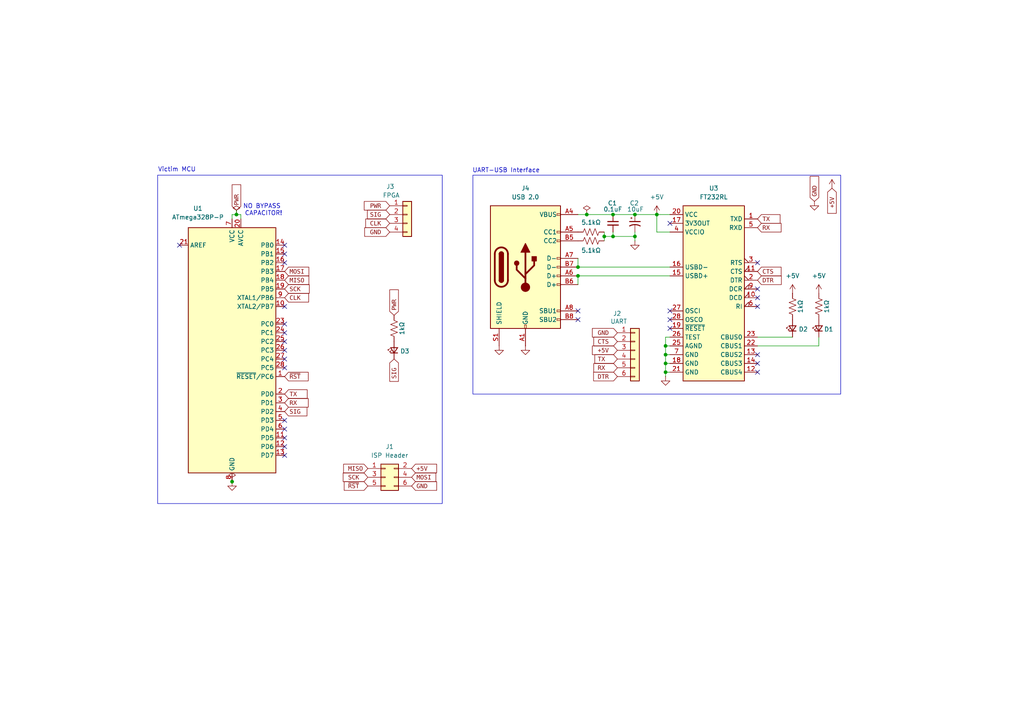
<source format=kicad_sch>
(kicad_sch
	(version 20231120)
	(generator "eeschema")
	(generator_version "8.0")
	(uuid "a83d4635-88b3-4b9b-beb1-9f142d37a1bb")
	(paper "A4")
	(lib_symbols
		(symbol "Connector:USB_C_Receptacle_USB2.0_16P"
			(pin_names
				(offset 1.016)
			)
			(exclude_from_sim no)
			(in_bom yes)
			(on_board yes)
			(property "Reference" "J"
				(at 0 22.225 0)
				(effects
					(font
						(size 1.27 1.27)
					)
				)
			)
			(property "Value" "USB_C_Receptacle_USB2.0_16P"
				(at 0 19.685 0)
				(effects
					(font
						(size 1.27 1.27)
					)
				)
			)
			(property "Footprint" ""
				(at 3.81 0 0)
				(effects
					(font
						(size 1.27 1.27)
					)
					(hide yes)
				)
			)
			(property "Datasheet" "https://www.usb.org/sites/default/files/documents/usb_type-c.zip"
				(at 3.81 0 0)
				(effects
					(font
						(size 1.27 1.27)
					)
					(hide yes)
				)
			)
			(property "Description" "USB 2.0-only 16P Type-C Receptacle connector"
				(at 0 0 0)
				(effects
					(font
						(size 1.27 1.27)
					)
					(hide yes)
				)
			)
			(property "ki_keywords" "usb universal serial bus type-C USB2.0"
				(at 0 0 0)
				(effects
					(font
						(size 1.27 1.27)
					)
					(hide yes)
				)
			)
			(property "ki_fp_filters" "USB*C*Receptacle*"
				(at 0 0 0)
				(effects
					(font
						(size 1.27 1.27)
					)
					(hide yes)
				)
			)
			(symbol "USB_C_Receptacle_USB2.0_16P_0_0"
				(rectangle
					(start -0.254 -17.78)
					(end 0.254 -16.764)
					(stroke
						(width 0)
						(type default)
					)
					(fill
						(type none)
					)
				)
				(rectangle
					(start 10.16 -14.986)
					(end 9.144 -15.494)
					(stroke
						(width 0)
						(type default)
					)
					(fill
						(type none)
					)
				)
				(rectangle
					(start 10.16 -12.446)
					(end 9.144 -12.954)
					(stroke
						(width 0)
						(type default)
					)
					(fill
						(type none)
					)
				)
				(rectangle
					(start 10.16 -4.826)
					(end 9.144 -5.334)
					(stroke
						(width 0)
						(type default)
					)
					(fill
						(type none)
					)
				)
				(rectangle
					(start 10.16 -2.286)
					(end 9.144 -2.794)
					(stroke
						(width 0)
						(type default)
					)
					(fill
						(type none)
					)
				)
				(rectangle
					(start 10.16 0.254)
					(end 9.144 -0.254)
					(stroke
						(width 0)
						(type default)
					)
					(fill
						(type none)
					)
				)
				(rectangle
					(start 10.16 2.794)
					(end 9.144 2.286)
					(stroke
						(width 0)
						(type default)
					)
					(fill
						(type none)
					)
				)
				(rectangle
					(start 10.16 7.874)
					(end 9.144 7.366)
					(stroke
						(width 0)
						(type default)
					)
					(fill
						(type none)
					)
				)
				(rectangle
					(start 10.16 10.414)
					(end 9.144 9.906)
					(stroke
						(width 0)
						(type default)
					)
					(fill
						(type none)
					)
				)
				(rectangle
					(start 10.16 15.494)
					(end 9.144 14.986)
					(stroke
						(width 0)
						(type default)
					)
					(fill
						(type none)
					)
				)
			)
			(symbol "USB_C_Receptacle_USB2.0_16P_0_1"
				(rectangle
					(start -10.16 17.78)
					(end 10.16 -17.78)
					(stroke
						(width 0.254)
						(type default)
					)
					(fill
						(type background)
					)
				)
				(arc
					(start -8.89 -3.81)
					(mid -6.985 -5.7067)
					(end -5.08 -3.81)
					(stroke
						(width 0.508)
						(type default)
					)
					(fill
						(type none)
					)
				)
				(arc
					(start -7.62 -3.81)
					(mid -6.985 -4.4423)
					(end -6.35 -3.81)
					(stroke
						(width 0.254)
						(type default)
					)
					(fill
						(type none)
					)
				)
				(arc
					(start -7.62 -3.81)
					(mid -6.985 -4.4423)
					(end -6.35 -3.81)
					(stroke
						(width 0.254)
						(type default)
					)
					(fill
						(type outline)
					)
				)
				(rectangle
					(start -7.62 -3.81)
					(end -6.35 3.81)
					(stroke
						(width 0.254)
						(type default)
					)
					(fill
						(type outline)
					)
				)
				(arc
					(start -6.35 3.81)
					(mid -6.985 4.4423)
					(end -7.62 3.81)
					(stroke
						(width 0.254)
						(type default)
					)
					(fill
						(type none)
					)
				)
				(arc
					(start -6.35 3.81)
					(mid -6.985 4.4423)
					(end -7.62 3.81)
					(stroke
						(width 0.254)
						(type default)
					)
					(fill
						(type outline)
					)
				)
				(arc
					(start -5.08 3.81)
					(mid -6.985 5.7067)
					(end -8.89 3.81)
					(stroke
						(width 0.508)
						(type default)
					)
					(fill
						(type none)
					)
				)
				(circle
					(center -2.54 1.143)
					(radius 0.635)
					(stroke
						(width 0.254)
						(type default)
					)
					(fill
						(type outline)
					)
				)
				(circle
					(center 0 -5.842)
					(radius 1.27)
					(stroke
						(width 0)
						(type default)
					)
					(fill
						(type outline)
					)
				)
				(polyline
					(pts
						(xy -8.89 -3.81) (xy -8.89 3.81)
					)
					(stroke
						(width 0.508)
						(type default)
					)
					(fill
						(type none)
					)
				)
				(polyline
					(pts
						(xy -5.08 3.81) (xy -5.08 -3.81)
					)
					(stroke
						(width 0.508)
						(type default)
					)
					(fill
						(type none)
					)
				)
				(polyline
					(pts
						(xy 0 -5.842) (xy 0 4.318)
					)
					(stroke
						(width 0.508)
						(type default)
					)
					(fill
						(type none)
					)
				)
				(polyline
					(pts
						(xy 0 -3.302) (xy -2.54 -0.762) (xy -2.54 0.508)
					)
					(stroke
						(width 0.508)
						(type default)
					)
					(fill
						(type none)
					)
				)
				(polyline
					(pts
						(xy 0 -2.032) (xy 2.54 0.508) (xy 2.54 1.778)
					)
					(stroke
						(width 0.508)
						(type default)
					)
					(fill
						(type none)
					)
				)
				(polyline
					(pts
						(xy -1.27 4.318) (xy 0 6.858) (xy 1.27 4.318) (xy -1.27 4.318)
					)
					(stroke
						(width 0.254)
						(type default)
					)
					(fill
						(type outline)
					)
				)
				(rectangle
					(start 1.905 1.778)
					(end 3.175 3.048)
					(stroke
						(width 0.254)
						(type default)
					)
					(fill
						(type outline)
					)
				)
			)
			(symbol "USB_C_Receptacle_USB2.0_16P_1_1"
				(pin passive line
					(at 0 -22.86 90)
					(length 5.08)
					(name "GND"
						(effects
							(font
								(size 1.27 1.27)
							)
						)
					)
					(number "A1"
						(effects
							(font
								(size 1.27 1.27)
							)
						)
					)
				)
				(pin passive line
					(at 0 -22.86 90)
					(length 5.08) hide
					(name "GND"
						(effects
							(font
								(size 1.27 1.27)
							)
						)
					)
					(number "A12"
						(effects
							(font
								(size 1.27 1.27)
							)
						)
					)
				)
				(pin passive line
					(at 15.24 15.24 180)
					(length 5.08)
					(name "VBUS"
						(effects
							(font
								(size 1.27 1.27)
							)
						)
					)
					(number "A4"
						(effects
							(font
								(size 1.27 1.27)
							)
						)
					)
				)
				(pin bidirectional line
					(at 15.24 10.16 180)
					(length 5.08)
					(name "CC1"
						(effects
							(font
								(size 1.27 1.27)
							)
						)
					)
					(number "A5"
						(effects
							(font
								(size 1.27 1.27)
							)
						)
					)
				)
				(pin bidirectional line
					(at 15.24 -2.54 180)
					(length 5.08)
					(name "D+"
						(effects
							(font
								(size 1.27 1.27)
							)
						)
					)
					(number "A6"
						(effects
							(font
								(size 1.27 1.27)
							)
						)
					)
				)
				(pin bidirectional line
					(at 15.24 2.54 180)
					(length 5.08)
					(name "D-"
						(effects
							(font
								(size 1.27 1.27)
							)
						)
					)
					(number "A7"
						(effects
							(font
								(size 1.27 1.27)
							)
						)
					)
				)
				(pin bidirectional line
					(at 15.24 -12.7 180)
					(length 5.08)
					(name "SBU1"
						(effects
							(font
								(size 1.27 1.27)
							)
						)
					)
					(number "A8"
						(effects
							(font
								(size 1.27 1.27)
							)
						)
					)
				)
				(pin passive line
					(at 15.24 15.24 180)
					(length 5.08) hide
					(name "VBUS"
						(effects
							(font
								(size 1.27 1.27)
							)
						)
					)
					(number "A9"
						(effects
							(font
								(size 1.27 1.27)
							)
						)
					)
				)
				(pin passive line
					(at 0 -22.86 90)
					(length 5.08) hide
					(name "GND"
						(effects
							(font
								(size 1.27 1.27)
							)
						)
					)
					(number "B1"
						(effects
							(font
								(size 1.27 1.27)
							)
						)
					)
				)
				(pin passive line
					(at 0 -22.86 90)
					(length 5.08) hide
					(name "GND"
						(effects
							(font
								(size 1.27 1.27)
							)
						)
					)
					(number "B12"
						(effects
							(font
								(size 1.27 1.27)
							)
						)
					)
				)
				(pin passive line
					(at 15.24 15.24 180)
					(length 5.08) hide
					(name "VBUS"
						(effects
							(font
								(size 1.27 1.27)
							)
						)
					)
					(number "B4"
						(effects
							(font
								(size 1.27 1.27)
							)
						)
					)
				)
				(pin bidirectional line
					(at 15.24 7.62 180)
					(length 5.08)
					(name "CC2"
						(effects
							(font
								(size 1.27 1.27)
							)
						)
					)
					(number "B5"
						(effects
							(font
								(size 1.27 1.27)
							)
						)
					)
				)
				(pin bidirectional line
					(at 15.24 -5.08 180)
					(length 5.08)
					(name "D+"
						(effects
							(font
								(size 1.27 1.27)
							)
						)
					)
					(number "B6"
						(effects
							(font
								(size 1.27 1.27)
							)
						)
					)
				)
				(pin bidirectional line
					(at 15.24 0 180)
					(length 5.08)
					(name "D-"
						(effects
							(font
								(size 1.27 1.27)
							)
						)
					)
					(number "B7"
						(effects
							(font
								(size 1.27 1.27)
							)
						)
					)
				)
				(pin bidirectional line
					(at 15.24 -15.24 180)
					(length 5.08)
					(name "SBU2"
						(effects
							(font
								(size 1.27 1.27)
							)
						)
					)
					(number "B8"
						(effects
							(font
								(size 1.27 1.27)
							)
						)
					)
				)
				(pin passive line
					(at 15.24 15.24 180)
					(length 5.08) hide
					(name "VBUS"
						(effects
							(font
								(size 1.27 1.27)
							)
						)
					)
					(number "B9"
						(effects
							(font
								(size 1.27 1.27)
							)
						)
					)
				)
				(pin passive line
					(at -7.62 -22.86 90)
					(length 5.08)
					(name "SHIELD"
						(effects
							(font
								(size 1.27 1.27)
							)
						)
					)
					(number "S1"
						(effects
							(font
								(size 1.27 1.27)
							)
						)
					)
				)
			)
		)
		(symbol "Connector_Generic:Conn_01x04"
			(pin_names
				(offset 1.016) hide)
			(exclude_from_sim no)
			(in_bom yes)
			(on_board yes)
			(property "Reference" "J"
				(at 0 5.08 0)
				(effects
					(font
						(size 1.27 1.27)
					)
				)
			)
			(property "Value" "Conn_01x04"
				(at 0 -7.62 0)
				(effects
					(font
						(size 1.27 1.27)
					)
				)
			)
			(property "Footprint" ""
				(at 0 0 0)
				(effects
					(font
						(size 1.27 1.27)
					)
					(hide yes)
				)
			)
			(property "Datasheet" "~"
				(at 0 0 0)
				(effects
					(font
						(size 1.27 1.27)
					)
					(hide yes)
				)
			)
			(property "Description" "Generic connector, single row, 01x04, script generated (kicad-library-utils/schlib/autogen/connector/)"
				(at 0 0 0)
				(effects
					(font
						(size 1.27 1.27)
					)
					(hide yes)
				)
			)
			(property "ki_keywords" "connector"
				(at 0 0 0)
				(effects
					(font
						(size 1.27 1.27)
					)
					(hide yes)
				)
			)
			(property "ki_fp_filters" "Connector*:*_1x??_*"
				(at 0 0 0)
				(effects
					(font
						(size 1.27 1.27)
					)
					(hide yes)
				)
			)
			(symbol "Conn_01x04_1_1"
				(rectangle
					(start -1.27 -4.953)
					(end 0 -5.207)
					(stroke
						(width 0.1524)
						(type default)
					)
					(fill
						(type none)
					)
				)
				(rectangle
					(start -1.27 -2.413)
					(end 0 -2.667)
					(stroke
						(width 0.1524)
						(type default)
					)
					(fill
						(type none)
					)
				)
				(rectangle
					(start -1.27 0.127)
					(end 0 -0.127)
					(stroke
						(width 0.1524)
						(type default)
					)
					(fill
						(type none)
					)
				)
				(rectangle
					(start -1.27 2.667)
					(end 0 2.413)
					(stroke
						(width 0.1524)
						(type default)
					)
					(fill
						(type none)
					)
				)
				(rectangle
					(start -1.27 3.81)
					(end 1.27 -6.35)
					(stroke
						(width 0.254)
						(type default)
					)
					(fill
						(type background)
					)
				)
				(pin passive line
					(at -5.08 2.54 0)
					(length 3.81)
					(name "Pin_1"
						(effects
							(font
								(size 1.27 1.27)
							)
						)
					)
					(number "1"
						(effects
							(font
								(size 1.27 1.27)
							)
						)
					)
				)
				(pin passive line
					(at -5.08 0 0)
					(length 3.81)
					(name "Pin_2"
						(effects
							(font
								(size 1.27 1.27)
							)
						)
					)
					(number "2"
						(effects
							(font
								(size 1.27 1.27)
							)
						)
					)
				)
				(pin passive line
					(at -5.08 -2.54 0)
					(length 3.81)
					(name "Pin_3"
						(effects
							(font
								(size 1.27 1.27)
							)
						)
					)
					(number "3"
						(effects
							(font
								(size 1.27 1.27)
							)
						)
					)
				)
				(pin passive line
					(at -5.08 -5.08 0)
					(length 3.81)
					(name "Pin_4"
						(effects
							(font
								(size 1.27 1.27)
							)
						)
					)
					(number "4"
						(effects
							(font
								(size 1.27 1.27)
							)
						)
					)
				)
			)
		)
		(symbol "Connector_Generic:Conn_01x06"
			(pin_names
				(offset 1.016) hide)
			(exclude_from_sim no)
			(in_bom yes)
			(on_board yes)
			(property "Reference" "J"
				(at 0 7.62 0)
				(effects
					(font
						(size 1.27 1.27)
					)
				)
			)
			(property "Value" "Conn_01x06"
				(at 0 -10.16 0)
				(effects
					(font
						(size 1.27 1.27)
					)
				)
			)
			(property "Footprint" ""
				(at 0 0 0)
				(effects
					(font
						(size 1.27 1.27)
					)
					(hide yes)
				)
			)
			(property "Datasheet" "~"
				(at 0 0 0)
				(effects
					(font
						(size 1.27 1.27)
					)
					(hide yes)
				)
			)
			(property "Description" "Generic connector, single row, 01x06, script generated (kicad-library-utils/schlib/autogen/connector/)"
				(at 0 0 0)
				(effects
					(font
						(size 1.27 1.27)
					)
					(hide yes)
				)
			)
			(property "ki_keywords" "connector"
				(at 0 0 0)
				(effects
					(font
						(size 1.27 1.27)
					)
					(hide yes)
				)
			)
			(property "ki_fp_filters" "Connector*:*_1x??_*"
				(at 0 0 0)
				(effects
					(font
						(size 1.27 1.27)
					)
					(hide yes)
				)
			)
			(symbol "Conn_01x06_1_1"
				(rectangle
					(start -1.27 -7.493)
					(end 0 -7.747)
					(stroke
						(width 0.1524)
						(type default)
					)
					(fill
						(type none)
					)
				)
				(rectangle
					(start -1.27 -4.953)
					(end 0 -5.207)
					(stroke
						(width 0.1524)
						(type default)
					)
					(fill
						(type none)
					)
				)
				(rectangle
					(start -1.27 -2.413)
					(end 0 -2.667)
					(stroke
						(width 0.1524)
						(type default)
					)
					(fill
						(type none)
					)
				)
				(rectangle
					(start -1.27 0.127)
					(end 0 -0.127)
					(stroke
						(width 0.1524)
						(type default)
					)
					(fill
						(type none)
					)
				)
				(rectangle
					(start -1.27 2.667)
					(end 0 2.413)
					(stroke
						(width 0.1524)
						(type default)
					)
					(fill
						(type none)
					)
				)
				(rectangle
					(start -1.27 5.207)
					(end 0 4.953)
					(stroke
						(width 0.1524)
						(type default)
					)
					(fill
						(type none)
					)
				)
				(rectangle
					(start -1.27 6.35)
					(end 1.27 -8.89)
					(stroke
						(width 0.254)
						(type default)
					)
					(fill
						(type background)
					)
				)
				(pin passive line
					(at -5.08 5.08 0)
					(length 3.81)
					(name "Pin_1"
						(effects
							(font
								(size 1.27 1.27)
							)
						)
					)
					(number "1"
						(effects
							(font
								(size 1.27 1.27)
							)
						)
					)
				)
				(pin passive line
					(at -5.08 2.54 0)
					(length 3.81)
					(name "Pin_2"
						(effects
							(font
								(size 1.27 1.27)
							)
						)
					)
					(number "2"
						(effects
							(font
								(size 1.27 1.27)
							)
						)
					)
				)
				(pin passive line
					(at -5.08 0 0)
					(length 3.81)
					(name "Pin_3"
						(effects
							(font
								(size 1.27 1.27)
							)
						)
					)
					(number "3"
						(effects
							(font
								(size 1.27 1.27)
							)
						)
					)
				)
				(pin passive line
					(at -5.08 -2.54 0)
					(length 3.81)
					(name "Pin_4"
						(effects
							(font
								(size 1.27 1.27)
							)
						)
					)
					(number "4"
						(effects
							(font
								(size 1.27 1.27)
							)
						)
					)
				)
				(pin passive line
					(at -5.08 -5.08 0)
					(length 3.81)
					(name "Pin_5"
						(effects
							(font
								(size 1.27 1.27)
							)
						)
					)
					(number "5"
						(effects
							(font
								(size 1.27 1.27)
							)
						)
					)
				)
				(pin passive line
					(at -5.08 -7.62 0)
					(length 3.81)
					(name "Pin_6"
						(effects
							(font
								(size 1.27 1.27)
							)
						)
					)
					(number "6"
						(effects
							(font
								(size 1.27 1.27)
							)
						)
					)
				)
			)
		)
		(symbol "Connector_Generic:Conn_02x03_Odd_Even"
			(pin_names
				(offset 1.016) hide)
			(exclude_from_sim no)
			(in_bom yes)
			(on_board yes)
			(property "Reference" "J"
				(at 1.27 5.08 0)
				(effects
					(font
						(size 1.27 1.27)
					)
				)
			)
			(property "Value" "Conn_02x03_Odd_Even"
				(at 1.27 -5.08 0)
				(effects
					(font
						(size 1.27 1.27)
					)
				)
			)
			(property "Footprint" ""
				(at 0 0 0)
				(effects
					(font
						(size 1.27 1.27)
					)
					(hide yes)
				)
			)
			(property "Datasheet" "~"
				(at 0 0 0)
				(effects
					(font
						(size 1.27 1.27)
					)
					(hide yes)
				)
			)
			(property "Description" "Generic connector, double row, 02x03, odd/even pin numbering scheme (row 1 odd numbers, row 2 even numbers), script generated (kicad-library-utils/schlib/autogen/connector/)"
				(at 0 0 0)
				(effects
					(font
						(size 1.27 1.27)
					)
					(hide yes)
				)
			)
			(property "ki_keywords" "connector"
				(at 0 0 0)
				(effects
					(font
						(size 1.27 1.27)
					)
					(hide yes)
				)
			)
			(property "ki_fp_filters" "Connector*:*_2x??_*"
				(at 0 0 0)
				(effects
					(font
						(size 1.27 1.27)
					)
					(hide yes)
				)
			)
			(symbol "Conn_02x03_Odd_Even_1_1"
				(rectangle
					(start -1.27 -2.413)
					(end 0 -2.667)
					(stroke
						(width 0.1524)
						(type default)
					)
					(fill
						(type none)
					)
				)
				(rectangle
					(start -1.27 0.127)
					(end 0 -0.127)
					(stroke
						(width 0.1524)
						(type default)
					)
					(fill
						(type none)
					)
				)
				(rectangle
					(start -1.27 2.667)
					(end 0 2.413)
					(stroke
						(width 0.1524)
						(type default)
					)
					(fill
						(type none)
					)
				)
				(rectangle
					(start -1.27 3.81)
					(end 3.81 -3.81)
					(stroke
						(width 0.254)
						(type default)
					)
					(fill
						(type background)
					)
				)
				(rectangle
					(start 3.81 -2.413)
					(end 2.54 -2.667)
					(stroke
						(width 0.1524)
						(type default)
					)
					(fill
						(type none)
					)
				)
				(rectangle
					(start 3.81 0.127)
					(end 2.54 -0.127)
					(stroke
						(width 0.1524)
						(type default)
					)
					(fill
						(type none)
					)
				)
				(rectangle
					(start 3.81 2.667)
					(end 2.54 2.413)
					(stroke
						(width 0.1524)
						(type default)
					)
					(fill
						(type none)
					)
				)
				(pin passive line
					(at -5.08 2.54 0)
					(length 3.81)
					(name "Pin_1"
						(effects
							(font
								(size 1.27 1.27)
							)
						)
					)
					(number "1"
						(effects
							(font
								(size 1.27 1.27)
							)
						)
					)
				)
				(pin passive line
					(at 7.62 2.54 180)
					(length 3.81)
					(name "Pin_2"
						(effects
							(font
								(size 1.27 1.27)
							)
						)
					)
					(number "2"
						(effects
							(font
								(size 1.27 1.27)
							)
						)
					)
				)
				(pin passive line
					(at -5.08 0 0)
					(length 3.81)
					(name "Pin_3"
						(effects
							(font
								(size 1.27 1.27)
							)
						)
					)
					(number "3"
						(effects
							(font
								(size 1.27 1.27)
							)
						)
					)
				)
				(pin passive line
					(at 7.62 0 180)
					(length 3.81)
					(name "Pin_4"
						(effects
							(font
								(size 1.27 1.27)
							)
						)
					)
					(number "4"
						(effects
							(font
								(size 1.27 1.27)
							)
						)
					)
				)
				(pin passive line
					(at -5.08 -2.54 0)
					(length 3.81)
					(name "Pin_5"
						(effects
							(font
								(size 1.27 1.27)
							)
						)
					)
					(number "5"
						(effects
							(font
								(size 1.27 1.27)
							)
						)
					)
				)
				(pin passive line
					(at 7.62 -2.54 180)
					(length 3.81)
					(name "Pin_6"
						(effects
							(font
								(size 1.27 1.27)
							)
						)
					)
					(number "6"
						(effects
							(font
								(size 1.27 1.27)
							)
						)
					)
				)
			)
		)
		(symbol "Device:C_Polarized_Small_US"
			(pin_numbers hide)
			(pin_names
				(offset 0.254) hide)
			(exclude_from_sim no)
			(in_bom yes)
			(on_board yes)
			(property "Reference" "C"
				(at 0.254 1.778 0)
				(effects
					(font
						(size 1.27 1.27)
					)
					(justify left)
				)
			)
			(property "Value" "C_Polarized_Small_US"
				(at 0.254 -2.032 0)
				(effects
					(font
						(size 1.27 1.27)
					)
					(justify left)
				)
			)
			(property "Footprint" ""
				(at 0 0 0)
				(effects
					(font
						(size 1.27 1.27)
					)
					(hide yes)
				)
			)
			(property "Datasheet" "~"
				(at 0 0 0)
				(effects
					(font
						(size 1.27 1.27)
					)
					(hide yes)
				)
			)
			(property "Description" "Polarized capacitor, small US symbol"
				(at 0 0 0)
				(effects
					(font
						(size 1.27 1.27)
					)
					(hide yes)
				)
			)
			(property "ki_keywords" "cap capacitor"
				(at 0 0 0)
				(effects
					(font
						(size 1.27 1.27)
					)
					(hide yes)
				)
			)
			(property "ki_fp_filters" "CP_*"
				(at 0 0 0)
				(effects
					(font
						(size 1.27 1.27)
					)
					(hide yes)
				)
			)
			(symbol "C_Polarized_Small_US_0_1"
				(polyline
					(pts
						(xy -1.524 0.508) (xy 1.524 0.508)
					)
					(stroke
						(width 0.3048)
						(type default)
					)
					(fill
						(type none)
					)
				)
				(polyline
					(pts
						(xy -1.27 1.524) (xy -0.762 1.524)
					)
					(stroke
						(width 0)
						(type default)
					)
					(fill
						(type none)
					)
				)
				(polyline
					(pts
						(xy -1.016 1.27) (xy -1.016 1.778)
					)
					(stroke
						(width 0)
						(type default)
					)
					(fill
						(type none)
					)
				)
				(arc
					(start 1.524 -0.762)
					(mid 0 -0.3734)
					(end -1.524 -0.762)
					(stroke
						(width 0.3048)
						(type default)
					)
					(fill
						(type none)
					)
				)
			)
			(symbol "C_Polarized_Small_US_1_1"
				(pin passive line
					(at 0 2.54 270)
					(length 2.032)
					(name "~"
						(effects
							(font
								(size 1.27 1.27)
							)
						)
					)
					(number "1"
						(effects
							(font
								(size 1.27 1.27)
							)
						)
					)
				)
				(pin passive line
					(at 0 -2.54 90)
					(length 2.032)
					(name "~"
						(effects
							(font
								(size 1.27 1.27)
							)
						)
					)
					(number "2"
						(effects
							(font
								(size 1.27 1.27)
							)
						)
					)
				)
			)
		)
		(symbol "Device:C_Small"
			(pin_numbers hide)
			(pin_names
				(offset 0.254) hide)
			(exclude_from_sim no)
			(in_bom yes)
			(on_board yes)
			(property "Reference" "C"
				(at 0.254 1.778 0)
				(effects
					(font
						(size 1.27 1.27)
					)
					(justify left)
				)
			)
			(property "Value" "C_Small"
				(at 0.254 -2.032 0)
				(effects
					(font
						(size 1.27 1.27)
					)
					(justify left)
				)
			)
			(property "Footprint" ""
				(at 0 0 0)
				(effects
					(font
						(size 1.27 1.27)
					)
					(hide yes)
				)
			)
			(property "Datasheet" "~"
				(at 0 0 0)
				(effects
					(font
						(size 1.27 1.27)
					)
					(hide yes)
				)
			)
			(property "Description" "Unpolarized capacitor, small symbol"
				(at 0 0 0)
				(effects
					(font
						(size 1.27 1.27)
					)
					(hide yes)
				)
			)
			(property "ki_keywords" "capacitor cap"
				(at 0 0 0)
				(effects
					(font
						(size 1.27 1.27)
					)
					(hide yes)
				)
			)
			(property "ki_fp_filters" "C_*"
				(at 0 0 0)
				(effects
					(font
						(size 1.27 1.27)
					)
					(hide yes)
				)
			)
			(symbol "C_Small_0_1"
				(polyline
					(pts
						(xy -1.524 -0.508) (xy 1.524 -0.508)
					)
					(stroke
						(width 0.3302)
						(type default)
					)
					(fill
						(type none)
					)
				)
				(polyline
					(pts
						(xy -1.524 0.508) (xy 1.524 0.508)
					)
					(stroke
						(width 0.3048)
						(type default)
					)
					(fill
						(type none)
					)
				)
			)
			(symbol "C_Small_1_1"
				(pin passive line
					(at 0 2.54 270)
					(length 2.032)
					(name "~"
						(effects
							(font
								(size 1.27 1.27)
							)
						)
					)
					(number "1"
						(effects
							(font
								(size 1.27 1.27)
							)
						)
					)
				)
				(pin passive line
					(at 0 -2.54 90)
					(length 2.032)
					(name "~"
						(effects
							(font
								(size 1.27 1.27)
							)
						)
					)
					(number "2"
						(effects
							(font
								(size 1.27 1.27)
							)
						)
					)
				)
			)
		)
		(symbol "Device:LED_Small"
			(pin_numbers hide)
			(pin_names
				(offset 0.254) hide)
			(exclude_from_sim no)
			(in_bom yes)
			(on_board yes)
			(property "Reference" "D"
				(at -1.27 3.175 0)
				(effects
					(font
						(size 1.27 1.27)
					)
					(justify left)
				)
			)
			(property "Value" "LED_Small"
				(at -4.445 -2.54 0)
				(effects
					(font
						(size 1.27 1.27)
					)
					(justify left)
				)
			)
			(property "Footprint" ""
				(at 0 0 90)
				(effects
					(font
						(size 1.27 1.27)
					)
					(hide yes)
				)
			)
			(property "Datasheet" "~"
				(at 0 0 90)
				(effects
					(font
						(size 1.27 1.27)
					)
					(hide yes)
				)
			)
			(property "Description" "Light emitting diode, small symbol"
				(at 0 0 0)
				(effects
					(font
						(size 1.27 1.27)
					)
					(hide yes)
				)
			)
			(property "ki_keywords" "LED diode light-emitting-diode"
				(at 0 0 0)
				(effects
					(font
						(size 1.27 1.27)
					)
					(hide yes)
				)
			)
			(property "ki_fp_filters" "LED* LED_SMD:* LED_THT:*"
				(at 0 0 0)
				(effects
					(font
						(size 1.27 1.27)
					)
					(hide yes)
				)
			)
			(symbol "LED_Small_0_1"
				(polyline
					(pts
						(xy -0.762 -1.016) (xy -0.762 1.016)
					)
					(stroke
						(width 0.254)
						(type default)
					)
					(fill
						(type none)
					)
				)
				(polyline
					(pts
						(xy 1.016 0) (xy -0.762 0)
					)
					(stroke
						(width 0)
						(type default)
					)
					(fill
						(type none)
					)
				)
				(polyline
					(pts
						(xy 0.762 -1.016) (xy -0.762 0) (xy 0.762 1.016) (xy 0.762 -1.016)
					)
					(stroke
						(width 0.254)
						(type default)
					)
					(fill
						(type none)
					)
				)
				(polyline
					(pts
						(xy 0 0.762) (xy -0.508 1.27) (xy -0.254 1.27) (xy -0.508 1.27) (xy -0.508 1.016)
					)
					(stroke
						(width 0)
						(type default)
					)
					(fill
						(type none)
					)
				)
				(polyline
					(pts
						(xy 0.508 1.27) (xy 0 1.778) (xy 0.254 1.778) (xy 0 1.778) (xy 0 1.524)
					)
					(stroke
						(width 0)
						(type default)
					)
					(fill
						(type none)
					)
				)
			)
			(symbol "LED_Small_1_1"
				(pin passive line
					(at -2.54 0 0)
					(length 1.778)
					(name "K"
						(effects
							(font
								(size 1.27 1.27)
							)
						)
					)
					(number "1"
						(effects
							(font
								(size 1.27 1.27)
							)
						)
					)
				)
				(pin passive line
					(at 2.54 0 180)
					(length 1.778)
					(name "A"
						(effects
							(font
								(size 1.27 1.27)
							)
						)
					)
					(number "2"
						(effects
							(font
								(size 1.27 1.27)
							)
						)
					)
				)
			)
		)
		(symbol "Device:R_US"
			(pin_numbers hide)
			(pin_names
				(offset 0)
			)
			(exclude_from_sim no)
			(in_bom yes)
			(on_board yes)
			(property "Reference" "R"
				(at 2.54 0 90)
				(effects
					(font
						(size 1.27 1.27)
					)
				)
			)
			(property "Value" "R_US"
				(at -2.54 0 90)
				(effects
					(font
						(size 1.27 1.27)
					)
				)
			)
			(property "Footprint" ""
				(at 1.016 -0.254 90)
				(effects
					(font
						(size 1.27 1.27)
					)
					(hide yes)
				)
			)
			(property "Datasheet" "~"
				(at 0 0 0)
				(effects
					(font
						(size 1.27 1.27)
					)
					(hide yes)
				)
			)
			(property "Description" "Resistor, US symbol"
				(at 0 0 0)
				(effects
					(font
						(size 1.27 1.27)
					)
					(hide yes)
				)
			)
			(property "ki_keywords" "R res resistor"
				(at 0 0 0)
				(effects
					(font
						(size 1.27 1.27)
					)
					(hide yes)
				)
			)
			(property "ki_fp_filters" "R_*"
				(at 0 0 0)
				(effects
					(font
						(size 1.27 1.27)
					)
					(hide yes)
				)
			)
			(symbol "R_US_0_1"
				(polyline
					(pts
						(xy 0 -2.286) (xy 0 -2.54)
					)
					(stroke
						(width 0)
						(type default)
					)
					(fill
						(type none)
					)
				)
				(polyline
					(pts
						(xy 0 2.286) (xy 0 2.54)
					)
					(stroke
						(width 0)
						(type default)
					)
					(fill
						(type none)
					)
				)
				(polyline
					(pts
						(xy 0 -0.762) (xy 1.016 -1.143) (xy 0 -1.524) (xy -1.016 -1.905) (xy 0 -2.286)
					)
					(stroke
						(width 0)
						(type default)
					)
					(fill
						(type none)
					)
				)
				(polyline
					(pts
						(xy 0 0.762) (xy 1.016 0.381) (xy 0 0) (xy -1.016 -0.381) (xy 0 -0.762)
					)
					(stroke
						(width 0)
						(type default)
					)
					(fill
						(type none)
					)
				)
				(polyline
					(pts
						(xy 0 2.286) (xy 1.016 1.905) (xy 0 1.524) (xy -1.016 1.143) (xy 0 0.762)
					)
					(stroke
						(width 0)
						(type default)
					)
					(fill
						(type none)
					)
				)
			)
			(symbol "R_US_1_1"
				(pin passive line
					(at 0 3.81 270)
					(length 1.27)
					(name "~"
						(effects
							(font
								(size 1.27 1.27)
							)
						)
					)
					(number "1"
						(effects
							(font
								(size 1.27 1.27)
							)
						)
					)
				)
				(pin passive line
					(at 0 -3.81 90)
					(length 1.27)
					(name "~"
						(effects
							(font
								(size 1.27 1.27)
							)
						)
					)
					(number "2"
						(effects
							(font
								(size 1.27 1.27)
							)
						)
					)
				)
			)
		)
		(symbol "FT232RL_1"
			(exclude_from_sim no)
			(in_bom yes)
			(on_board yes)
			(property "Reference" "U3"
				(at -7.62 26.67 0)
				(effects
					(font
						(size 1.27 1.27)
					)
				)
			)
			(property "Value" "FT232RL"
				(at -7.62 24.13 0)
				(effects
					(font
						(size 1.27 1.27)
					)
				)
			)
			(property "Footprint" "Package_SO:SSOP-28_5.3x10.2mm_P0.65mm"
				(at 27.94 -22.86 0)
				(effects
					(font
						(size 1.27 1.27)
					)
					(hide yes)
				)
			)
			(property "Datasheet" "https://www.ftdichip.com/Support/Documents/DataSheets/ICs/DS_FT232R.pdf"
				(at -15.24 1.27 0)
				(effects
					(font
						(size 1.27 1.27)
					)
					(hide yes)
				)
			)
			(property "Description" "USB to Serial Interface, SSOP-28"
				(at -15.24 1.27 0)
				(effects
					(font
						(size 1.27 1.27)
					)
					(hide yes)
				)
			)
			(property "ki_keywords" "FTDI USB Serial"
				(at 0 0 0)
				(effects
					(font
						(size 1.27 1.27)
					)
					(hide yes)
				)
			)
			(property "ki_fp_filters" "SSOP*5.3x10.2mm*P0.65mm*"
				(at 0 0 0)
				(effects
					(font
						(size 1.27 1.27)
					)
					(hide yes)
				)
			)
			(symbol "FT232RL_1_0_1"
				(rectangle
					(start -16.51 21.59)
					(end 1.27 -29.21)
					(stroke
						(width 0.254)
						(type default)
					)
					(fill
						(type background)
					)
				)
			)
			(symbol "FT232RL_1_1_1"
				(pin output line
					(at 5.08 17.78 180)
					(length 3.81)
					(name "TXD"
						(effects
							(font
								(size 1.27 1.27)
							)
						)
					)
					(number "1"
						(effects
							(font
								(size 1.27 1.27)
							)
						)
					)
				)
				(pin input input_low
					(at 5.08 -5.08 180)
					(length 3.81)
					(name "DCD"
						(effects
							(font
								(size 1.27 1.27)
							)
						)
					)
					(number "10"
						(effects
							(font
								(size 1.27 1.27)
							)
						)
					)
				)
				(pin input input_low
					(at 5.08 2.54 180)
					(length 3.81)
					(name "CTS"
						(effects
							(font
								(size 1.27 1.27)
							)
						)
					)
					(number "11"
						(effects
							(font
								(size 1.27 1.27)
							)
						)
					)
				)
				(pin bidirectional line
					(at 5.08 -26.67 180)
					(length 3.81)
					(name "CBUS4"
						(effects
							(font
								(size 1.27 1.27)
							)
						)
					)
					(number "12"
						(effects
							(font
								(size 1.27 1.27)
							)
						)
					)
				)
				(pin bidirectional line
					(at 5.08 -21.59 180)
					(length 3.81)
					(name "CBUS2"
						(effects
							(font
								(size 1.27 1.27)
							)
						)
					)
					(number "13"
						(effects
							(font
								(size 1.27 1.27)
							)
						)
					)
				)
				(pin bidirectional line
					(at 5.08 -24.13 180)
					(length 3.81)
					(name "CBUS3"
						(effects
							(font
								(size 1.27 1.27)
							)
						)
					)
					(number "14"
						(effects
							(font
								(size 1.27 1.27)
							)
						)
					)
				)
				(pin bidirectional line
					(at -20.32 1.27 0)
					(length 3.81)
					(name "USBD+"
						(effects
							(font
								(size 1.27 1.27)
							)
						)
					)
					(number "15"
						(effects
							(font
								(size 1.27 1.27)
							)
						)
					)
				)
				(pin bidirectional line
					(at -20.32 3.81 0)
					(length 3.81)
					(name "USBD-"
						(effects
							(font
								(size 1.27 1.27)
							)
						)
					)
					(number "16"
						(effects
							(font
								(size 1.27 1.27)
							)
						)
					)
				)
				(pin power_out line
					(at -20.32 16.51 0)
					(length 3.81)
					(name "3V3OUT"
						(effects
							(font
								(size 1.27 1.27)
							)
						)
					)
					(number "17"
						(effects
							(font
								(size 1.27 1.27)
							)
						)
					)
				)
				(pin power_in line
					(at -20.32 -24.13 0)
					(length 3.81)
					(name "GND"
						(effects
							(font
								(size 1.27 1.27)
							)
						)
					)
					(number "18"
						(effects
							(font
								(size 1.27 1.27)
							)
						)
					)
				)
				(pin input line
					(at -20.32 -13.97 0)
					(length 3.81)
					(name "~{RESET}"
						(effects
							(font
								(size 1.27 1.27)
							)
						)
					)
					(number "19"
						(effects
							(font
								(size 1.27 1.27)
							)
						)
					)
				)
				(pin output output_low
					(at 5.08 0 180)
					(length 3.81)
					(name "DTR"
						(effects
							(font
								(size 1.27 1.27)
							)
						)
					)
					(number "2"
						(effects
							(font
								(size 1.27 1.27)
							)
						)
					)
				)
				(pin power_in line
					(at -20.32 19.05 0)
					(length 3.81)
					(name "VCC"
						(effects
							(font
								(size 1.27 1.27)
							)
						)
					)
					(number "20"
						(effects
							(font
								(size 1.27 1.27)
							)
						)
					)
				)
				(pin power_in line
					(at -20.32 -26.67 0)
					(length 3.81)
					(name "GND"
						(effects
							(font
								(size 1.27 1.27)
							)
						)
					)
					(number "21"
						(effects
							(font
								(size 1.27 1.27)
							)
						)
					)
				)
				(pin bidirectional line
					(at 5.08 -19.05 180)
					(length 3.81)
					(name "CBUS1"
						(effects
							(font
								(size 1.27 1.27)
							)
						)
					)
					(number "22"
						(effects
							(font
								(size 1.27 1.27)
							)
						)
					)
				)
				(pin bidirectional line
					(at 5.08 -16.51 180)
					(length 3.81)
					(name "CBUS0"
						(effects
							(font
								(size 1.27 1.27)
							)
						)
					)
					(number "23"
						(effects
							(font
								(size 1.27 1.27)
							)
						)
					)
				)
				(pin power_in line
					(at -20.32 -19.05 0)
					(length 3.81)
					(name "AGND"
						(effects
							(font
								(size 1.27 1.27)
							)
						)
					)
					(number "25"
						(effects
							(font
								(size 1.27 1.27)
							)
						)
					)
				)
				(pin input line
					(at -20.32 -16.51 0)
					(length 3.81)
					(name "TEST"
						(effects
							(font
								(size 1.27 1.27)
							)
						)
					)
					(number "26"
						(effects
							(font
								(size 1.27 1.27)
							)
						)
					)
				)
				(pin input line
					(at -20.32 -8.89 0)
					(length 3.81)
					(name "OSCI"
						(effects
							(font
								(size 1.27 1.27)
							)
						)
					)
					(number "27"
						(effects
							(font
								(size 1.27 1.27)
							)
						)
					)
				)
				(pin output line
					(at -20.32 -11.43 0)
					(length 3.81)
					(name "OSCO"
						(effects
							(font
								(size 1.27 1.27)
							)
						)
					)
					(number "28"
						(effects
							(font
								(size 1.27 1.27)
							)
						)
					)
				)
				(pin output output_low
					(at 5.08 5.08 180)
					(length 3.81)
					(name "RTS"
						(effects
							(font
								(size 1.27 1.27)
							)
						)
					)
					(number "3"
						(effects
							(font
								(size 1.27 1.27)
							)
						)
					)
				)
				(pin power_in line
					(at -20.32 13.97 0)
					(length 3.81)
					(name "VCCIO"
						(effects
							(font
								(size 1.27 1.27)
							)
						)
					)
					(number "4"
						(effects
							(font
								(size 1.27 1.27)
							)
						)
					)
				)
				(pin input line
					(at 5.08 15.24 180)
					(length 3.81)
					(name "RXD"
						(effects
							(font
								(size 1.27 1.27)
							)
						)
					)
					(number "5"
						(effects
							(font
								(size 1.27 1.27)
							)
						)
					)
				)
				(pin input input_low
					(at 5.08 -7.62 180)
					(length 3.81)
					(name "RI"
						(effects
							(font
								(size 1.27 1.27)
							)
						)
					)
					(number "6"
						(effects
							(font
								(size 1.27 1.27)
							)
						)
					)
				)
				(pin power_in line
					(at -20.32 -21.59 0)
					(length 3.81)
					(name "GND"
						(effects
							(font
								(size 1.27 1.27)
							)
						)
					)
					(number "7"
						(effects
							(font
								(size 1.27 1.27)
							)
						)
					)
				)
				(pin input input_low
					(at 5.08 -2.54 180)
					(length 3.81)
					(name "DCR"
						(effects
							(font
								(size 1.27 1.27)
							)
						)
					)
					(number "9"
						(effects
							(font
								(size 1.27 1.27)
							)
						)
					)
				)
			)
		)
		(symbol "MCU_Microchip_ATmega:ATmega328P-P"
			(exclude_from_sim no)
			(in_bom yes)
			(on_board yes)
			(property "Reference" "U"
				(at -12.7 36.83 0)
				(effects
					(font
						(size 1.27 1.27)
					)
					(justify left bottom)
				)
			)
			(property "Value" "ATmega328P-P"
				(at 2.54 -36.83 0)
				(effects
					(font
						(size 1.27 1.27)
					)
					(justify left top)
				)
			)
			(property "Footprint" "Package_DIP:DIP-28_W7.62mm"
				(at 0 0 0)
				(effects
					(font
						(size 1.27 1.27)
						(italic yes)
					)
					(hide yes)
				)
			)
			(property "Datasheet" "http://ww1.microchip.com/downloads/en/DeviceDoc/ATmega328_P%20AVR%20MCU%20with%20picoPower%20Technology%20Data%20Sheet%2040001984A.pdf"
				(at 0 0 0)
				(effects
					(font
						(size 1.27 1.27)
					)
					(hide yes)
				)
			)
			(property "Description" "20MHz, 32kB Flash, 2kB SRAM, 1kB EEPROM, DIP-28"
				(at 0 0 0)
				(effects
					(font
						(size 1.27 1.27)
					)
					(hide yes)
				)
			)
			(property "ki_keywords" "AVR 8bit Microcontroller MegaAVR PicoPower"
				(at 0 0 0)
				(effects
					(font
						(size 1.27 1.27)
					)
					(hide yes)
				)
			)
			(property "ki_fp_filters" "DIP*W7.62mm*"
				(at 0 0 0)
				(effects
					(font
						(size 1.27 1.27)
					)
					(hide yes)
				)
			)
			(symbol "ATmega328P-P_0_1"
				(rectangle
					(start -12.7 -35.56)
					(end 12.7 35.56)
					(stroke
						(width 0.254)
						(type default)
					)
					(fill
						(type background)
					)
				)
			)
			(symbol "ATmega328P-P_1_1"
				(pin bidirectional line
					(at 15.24 -7.62 180)
					(length 2.54)
					(name "~{RESET}/PC6"
						(effects
							(font
								(size 1.27 1.27)
							)
						)
					)
					(number "1"
						(effects
							(font
								(size 1.27 1.27)
							)
						)
					)
				)
				(pin bidirectional line
					(at 15.24 12.7 180)
					(length 2.54)
					(name "XTAL2/PB7"
						(effects
							(font
								(size 1.27 1.27)
							)
						)
					)
					(number "10"
						(effects
							(font
								(size 1.27 1.27)
							)
						)
					)
				)
				(pin bidirectional line
					(at 15.24 -25.4 180)
					(length 2.54)
					(name "PD5"
						(effects
							(font
								(size 1.27 1.27)
							)
						)
					)
					(number "11"
						(effects
							(font
								(size 1.27 1.27)
							)
						)
					)
				)
				(pin bidirectional line
					(at 15.24 -27.94 180)
					(length 2.54)
					(name "PD6"
						(effects
							(font
								(size 1.27 1.27)
							)
						)
					)
					(number "12"
						(effects
							(font
								(size 1.27 1.27)
							)
						)
					)
				)
				(pin bidirectional line
					(at 15.24 -30.48 180)
					(length 2.54)
					(name "PD7"
						(effects
							(font
								(size 1.27 1.27)
							)
						)
					)
					(number "13"
						(effects
							(font
								(size 1.27 1.27)
							)
						)
					)
				)
				(pin bidirectional line
					(at 15.24 30.48 180)
					(length 2.54)
					(name "PB0"
						(effects
							(font
								(size 1.27 1.27)
							)
						)
					)
					(number "14"
						(effects
							(font
								(size 1.27 1.27)
							)
						)
					)
				)
				(pin bidirectional line
					(at 15.24 27.94 180)
					(length 2.54)
					(name "PB1"
						(effects
							(font
								(size 1.27 1.27)
							)
						)
					)
					(number "15"
						(effects
							(font
								(size 1.27 1.27)
							)
						)
					)
				)
				(pin bidirectional line
					(at 15.24 25.4 180)
					(length 2.54)
					(name "PB2"
						(effects
							(font
								(size 1.27 1.27)
							)
						)
					)
					(number "16"
						(effects
							(font
								(size 1.27 1.27)
							)
						)
					)
				)
				(pin bidirectional line
					(at 15.24 22.86 180)
					(length 2.54)
					(name "PB3"
						(effects
							(font
								(size 1.27 1.27)
							)
						)
					)
					(number "17"
						(effects
							(font
								(size 1.27 1.27)
							)
						)
					)
				)
				(pin bidirectional line
					(at 15.24 20.32 180)
					(length 2.54)
					(name "PB4"
						(effects
							(font
								(size 1.27 1.27)
							)
						)
					)
					(number "18"
						(effects
							(font
								(size 1.27 1.27)
							)
						)
					)
				)
				(pin bidirectional line
					(at 15.24 17.78 180)
					(length 2.54)
					(name "PB5"
						(effects
							(font
								(size 1.27 1.27)
							)
						)
					)
					(number "19"
						(effects
							(font
								(size 1.27 1.27)
							)
						)
					)
				)
				(pin bidirectional line
					(at 15.24 -12.7 180)
					(length 2.54)
					(name "PD0"
						(effects
							(font
								(size 1.27 1.27)
							)
						)
					)
					(number "2"
						(effects
							(font
								(size 1.27 1.27)
							)
						)
					)
				)
				(pin power_in line
					(at 2.54 38.1 270)
					(length 2.54)
					(name "AVCC"
						(effects
							(font
								(size 1.27 1.27)
							)
						)
					)
					(number "20"
						(effects
							(font
								(size 1.27 1.27)
							)
						)
					)
				)
				(pin passive line
					(at -15.24 30.48 0)
					(length 2.54)
					(name "AREF"
						(effects
							(font
								(size 1.27 1.27)
							)
						)
					)
					(number "21"
						(effects
							(font
								(size 1.27 1.27)
							)
						)
					)
				)
				(pin passive line
					(at 0 -38.1 90)
					(length 2.54) hide
					(name "GND"
						(effects
							(font
								(size 1.27 1.27)
							)
						)
					)
					(number "22"
						(effects
							(font
								(size 1.27 1.27)
							)
						)
					)
				)
				(pin bidirectional line
					(at 15.24 7.62 180)
					(length 2.54)
					(name "PC0"
						(effects
							(font
								(size 1.27 1.27)
							)
						)
					)
					(number "23"
						(effects
							(font
								(size 1.27 1.27)
							)
						)
					)
				)
				(pin bidirectional line
					(at 15.24 5.08 180)
					(length 2.54)
					(name "PC1"
						(effects
							(font
								(size 1.27 1.27)
							)
						)
					)
					(number "24"
						(effects
							(font
								(size 1.27 1.27)
							)
						)
					)
				)
				(pin bidirectional line
					(at 15.24 2.54 180)
					(length 2.54)
					(name "PC2"
						(effects
							(font
								(size 1.27 1.27)
							)
						)
					)
					(number "25"
						(effects
							(font
								(size 1.27 1.27)
							)
						)
					)
				)
				(pin bidirectional line
					(at 15.24 0 180)
					(length 2.54)
					(name "PC3"
						(effects
							(font
								(size 1.27 1.27)
							)
						)
					)
					(number "26"
						(effects
							(font
								(size 1.27 1.27)
							)
						)
					)
				)
				(pin bidirectional line
					(at 15.24 -2.54 180)
					(length 2.54)
					(name "PC4"
						(effects
							(font
								(size 1.27 1.27)
							)
						)
					)
					(number "27"
						(effects
							(font
								(size 1.27 1.27)
							)
						)
					)
				)
				(pin bidirectional line
					(at 15.24 -5.08 180)
					(length 2.54)
					(name "PC5"
						(effects
							(font
								(size 1.27 1.27)
							)
						)
					)
					(number "28"
						(effects
							(font
								(size 1.27 1.27)
							)
						)
					)
				)
				(pin bidirectional line
					(at 15.24 -15.24 180)
					(length 2.54)
					(name "PD1"
						(effects
							(font
								(size 1.27 1.27)
							)
						)
					)
					(number "3"
						(effects
							(font
								(size 1.27 1.27)
							)
						)
					)
				)
				(pin bidirectional line
					(at 15.24 -17.78 180)
					(length 2.54)
					(name "PD2"
						(effects
							(font
								(size 1.27 1.27)
							)
						)
					)
					(number "4"
						(effects
							(font
								(size 1.27 1.27)
							)
						)
					)
				)
				(pin bidirectional line
					(at 15.24 -20.32 180)
					(length 2.54)
					(name "PD3"
						(effects
							(font
								(size 1.27 1.27)
							)
						)
					)
					(number "5"
						(effects
							(font
								(size 1.27 1.27)
							)
						)
					)
				)
				(pin bidirectional line
					(at 15.24 -22.86 180)
					(length 2.54)
					(name "PD4"
						(effects
							(font
								(size 1.27 1.27)
							)
						)
					)
					(number "6"
						(effects
							(font
								(size 1.27 1.27)
							)
						)
					)
				)
				(pin power_in line
					(at 0 38.1 270)
					(length 2.54)
					(name "VCC"
						(effects
							(font
								(size 1.27 1.27)
							)
						)
					)
					(number "7"
						(effects
							(font
								(size 1.27 1.27)
							)
						)
					)
				)
				(pin power_in line
					(at 0 -38.1 90)
					(length 2.54)
					(name "GND"
						(effects
							(font
								(size 1.27 1.27)
							)
						)
					)
					(number "8"
						(effects
							(font
								(size 1.27 1.27)
							)
						)
					)
				)
				(pin bidirectional line
					(at 15.24 15.24 180)
					(length 2.54)
					(name "XTAL1/PB6"
						(effects
							(font
								(size 1.27 1.27)
							)
						)
					)
					(number "9"
						(effects
							(font
								(size 1.27 1.27)
							)
						)
					)
				)
			)
		)
		(symbol "power:+5V"
			(power)
			(pin_numbers hide)
			(pin_names
				(offset 0) hide)
			(exclude_from_sim no)
			(in_bom yes)
			(on_board yes)
			(property "Reference" "#PWR"
				(at 0 -3.81 0)
				(effects
					(font
						(size 1.27 1.27)
					)
					(hide yes)
				)
			)
			(property "Value" "+5V"
				(at 0 3.556 0)
				(effects
					(font
						(size 1.27 1.27)
					)
				)
			)
			(property "Footprint" ""
				(at 0 0 0)
				(effects
					(font
						(size 1.27 1.27)
					)
					(hide yes)
				)
			)
			(property "Datasheet" ""
				(at 0 0 0)
				(effects
					(font
						(size 1.27 1.27)
					)
					(hide yes)
				)
			)
			(property "Description" "Power symbol creates a global label with name \"+5V\""
				(at 0 0 0)
				(effects
					(font
						(size 1.27 1.27)
					)
					(hide yes)
				)
			)
			(property "ki_keywords" "global power"
				(at 0 0 0)
				(effects
					(font
						(size 1.27 1.27)
					)
					(hide yes)
				)
			)
			(symbol "+5V_0_1"
				(polyline
					(pts
						(xy -0.762 1.27) (xy 0 2.54)
					)
					(stroke
						(width 0)
						(type default)
					)
					(fill
						(type none)
					)
				)
				(polyline
					(pts
						(xy 0 0) (xy 0 2.54)
					)
					(stroke
						(width 0)
						(type default)
					)
					(fill
						(type none)
					)
				)
				(polyline
					(pts
						(xy 0 2.54) (xy 0.762 1.27)
					)
					(stroke
						(width 0)
						(type default)
					)
					(fill
						(type none)
					)
				)
			)
			(symbol "+5V_1_1"
				(pin power_in line
					(at 0 0 90)
					(length 0)
					(name "~"
						(effects
							(font
								(size 1.27 1.27)
							)
						)
					)
					(number "1"
						(effects
							(font
								(size 1.27 1.27)
							)
						)
					)
				)
			)
		)
		(symbol "power:GND"
			(power)
			(pin_numbers hide)
			(pin_names
				(offset 0) hide)
			(exclude_from_sim no)
			(in_bom yes)
			(on_board yes)
			(property "Reference" "#PWR"
				(at 0 -6.35 0)
				(effects
					(font
						(size 1.27 1.27)
					)
					(hide yes)
				)
			)
			(property "Value" "GND"
				(at 0 -3.81 0)
				(effects
					(font
						(size 1.27 1.27)
					)
				)
			)
			(property "Footprint" ""
				(at 0 0 0)
				(effects
					(font
						(size 1.27 1.27)
					)
					(hide yes)
				)
			)
			(property "Datasheet" ""
				(at 0 0 0)
				(effects
					(font
						(size 1.27 1.27)
					)
					(hide yes)
				)
			)
			(property "Description" "Power symbol creates a global label with name \"GND\" , ground"
				(at 0 0 0)
				(effects
					(font
						(size 1.27 1.27)
					)
					(hide yes)
				)
			)
			(property "ki_keywords" "global power"
				(at 0 0 0)
				(effects
					(font
						(size 1.27 1.27)
					)
					(hide yes)
				)
			)
			(symbol "GND_0_1"
				(polyline
					(pts
						(xy 0 0) (xy 0 -1.27) (xy 1.27 -1.27) (xy 0 -2.54) (xy -1.27 -1.27) (xy 0 -1.27)
					)
					(stroke
						(width 0)
						(type default)
					)
					(fill
						(type none)
					)
				)
			)
			(symbol "GND_1_1"
				(pin power_in line
					(at 0 0 270)
					(length 0)
					(name "~"
						(effects
							(font
								(size 1.27 1.27)
							)
						)
					)
					(number "1"
						(effects
							(font
								(size 1.27 1.27)
							)
						)
					)
				)
			)
		)
		(symbol "power:PWR_FLAG"
			(power)
			(pin_numbers hide)
			(pin_names
				(offset 0) hide)
			(exclude_from_sim no)
			(in_bom yes)
			(on_board yes)
			(property "Reference" "#FLG"
				(at 0 1.905 0)
				(effects
					(font
						(size 1.27 1.27)
					)
					(hide yes)
				)
			)
			(property "Value" "PWR_FLAG"
				(at 0 3.81 0)
				(effects
					(font
						(size 1.27 1.27)
					)
				)
			)
			(property "Footprint" ""
				(at 0 0 0)
				(effects
					(font
						(size 1.27 1.27)
					)
					(hide yes)
				)
			)
			(property "Datasheet" "~"
				(at 0 0 0)
				(effects
					(font
						(size 1.27 1.27)
					)
					(hide yes)
				)
			)
			(property "Description" "Special symbol for telling ERC where power comes from"
				(at 0 0 0)
				(effects
					(font
						(size 1.27 1.27)
					)
					(hide yes)
				)
			)
			(property "ki_keywords" "flag power"
				(at 0 0 0)
				(effects
					(font
						(size 1.27 1.27)
					)
					(hide yes)
				)
			)
			(symbol "PWR_FLAG_0_0"
				(pin power_out line
					(at 0 0 90)
					(length 0)
					(name "~"
						(effects
							(font
								(size 1.27 1.27)
							)
						)
					)
					(number "1"
						(effects
							(font
								(size 1.27 1.27)
							)
						)
					)
				)
			)
			(symbol "PWR_FLAG_0_1"
				(polyline
					(pts
						(xy 0 0) (xy 0 1.27) (xy -1.016 1.905) (xy 0 2.54) (xy 1.016 1.905) (xy 0 1.27)
					)
					(stroke
						(width 0)
						(type default)
					)
					(fill
						(type none)
					)
				)
			)
		)
	)
	(junction
		(at 175.26 68.58)
		(diameter 0)
		(color 0 0 0 0)
		(uuid "0cc58782-79bf-4b73-9418-a151efc77e1b")
	)
	(junction
		(at 170.18 62.23)
		(diameter 0)
		(color 0 0 0 0)
		(uuid "22dcd666-1927-4c4f-a1a0-40d328b69774")
	)
	(junction
		(at 193.04 100.33)
		(diameter 0)
		(color 0 0 0 0)
		(uuid "507ef171-c583-4ac0-8067-e2bfddf851a9")
	)
	(junction
		(at 193.04 105.41)
		(diameter 0)
		(color 0 0 0 0)
		(uuid "5208764f-dfab-4262-829a-da4d722e1479")
	)
	(junction
		(at 68.58 62.23)
		(diameter 0)
		(color 0 0 0 0)
		(uuid "5269f81e-b13e-407b-82f1-d5e3554cc35c")
	)
	(junction
		(at 167.64 77.47)
		(diameter 0)
		(color 0 0 0 0)
		(uuid "54da37f2-94e2-4366-b87b-935d6ddf8909")
	)
	(junction
		(at 193.04 107.95)
		(diameter 0)
		(color 0 0 0 0)
		(uuid "64c57145-5c4c-4ad3-bfbd-b8f6d5731e40")
	)
	(junction
		(at 67.31 139.7)
		(diameter 0)
		(color 0 0 0 0)
		(uuid "6dadaf38-8051-4c7d-aeca-dbeaef1c88e1")
	)
	(junction
		(at 177.8 68.58)
		(diameter 0)
		(color 0 0 0 0)
		(uuid "7d09291e-fff2-4fd4-955f-870504a6f67f")
	)
	(junction
		(at 190.5 62.23)
		(diameter 0)
		(color 0 0 0 0)
		(uuid "8914657c-8e78-4c99-a7f3-b763d0e79841")
	)
	(junction
		(at 177.8 62.23)
		(diameter 0)
		(color 0 0 0 0)
		(uuid "ad182aa3-cfba-4f4d-bde6-831d306f3040")
	)
	(junction
		(at 184.15 62.23)
		(diameter 0)
		(color 0 0 0 0)
		(uuid "c417d33a-2f9e-4607-9c6a-253ad2fb7524")
	)
	(junction
		(at 167.64 80.01)
		(diameter 0)
		(color 0 0 0 0)
		(uuid "ced24cab-f4cf-4da1-8ad6-0b9e6875b2c8")
	)
	(junction
		(at 193.04 102.87)
		(diameter 0)
		(color 0 0 0 0)
		(uuid "e3f02f6f-0d0e-4a5d-8300-797af3780044")
	)
	(junction
		(at 184.15 68.58)
		(diameter 0)
		(color 0 0 0 0)
		(uuid "efc7e150-42c2-429b-8aaa-4334bfaff66f")
	)
	(no_connect
		(at 82.55 73.66)
		(uuid "01215013-ddd8-40b2-ac01-e92bc4db6774")
	)
	(no_connect
		(at 82.55 71.12)
		(uuid "0a4eb0b6-c85b-41b4-a8d6-3ca840bfee01")
	)
	(no_connect
		(at 82.55 127)
		(uuid "18e96fc7-c403-4ae9-9163-851102a04738")
	)
	(no_connect
		(at 167.64 92.71)
		(uuid "217d2dd2-8b24-40eb-96f2-9acdeea14fbb")
	)
	(no_connect
		(at 82.55 88.9)
		(uuid "2b4118a1-71bd-4704-ab91-4d48e75ed0da")
	)
	(no_connect
		(at 219.71 107.95)
		(uuid "429a7710-6907-4526-a755-eb8cc0997600")
	)
	(no_connect
		(at 82.55 96.52)
		(uuid "4b0627b6-e4c4-4b0a-a13b-5f8d7099b4da")
	)
	(no_connect
		(at 82.55 124.46)
		(uuid "5030954f-f509-4b58-955c-9961e720dbaf")
	)
	(no_connect
		(at 82.55 106.68)
		(uuid "5210a13a-92b1-4f08-84c4-48780ea24620")
	)
	(no_connect
		(at 82.55 101.6)
		(uuid "5afc209d-f23b-4550-808b-0dad3387433f")
	)
	(no_connect
		(at 52.07 71.12)
		(uuid "5f4ebf56-a960-4133-b96b-34414518a3b2")
	)
	(no_connect
		(at 82.55 93.98)
		(uuid "640036d4-0440-4f53-a747-655f79b25526")
	)
	(no_connect
		(at 194.31 92.71)
		(uuid "6d222136-5fb5-4819-b1bd-409db2ac342e")
	)
	(no_connect
		(at 82.55 104.14)
		(uuid "7290f0cc-75dd-45c4-b9b6-811947ce6f09")
	)
	(no_connect
		(at 82.55 129.54)
		(uuid "75403b89-60ee-4b09-9f34-5b6874c257e5")
	)
	(no_connect
		(at 219.71 102.87)
		(uuid "76cea621-953c-4b85-b0ae-00df91444c55")
	)
	(no_connect
		(at 82.55 76.2)
		(uuid "89f49aaf-3b9b-4331-b51b-75eb89edae78")
	)
	(no_connect
		(at 219.71 105.41)
		(uuid "9bb83055-ef91-48fd-b46b-399dd0d4b1b3")
	)
	(no_connect
		(at 219.71 86.36)
		(uuid "a2aa2de9-7d7f-45a6-8fa1-e453380a5fe2")
	)
	(no_connect
		(at 219.71 83.82)
		(uuid "b6adad8b-3fd3-4171-9130-7af012c73909")
	)
	(no_connect
		(at 82.55 99.06)
		(uuid "be4f1212-86a8-459f-bd16-ac347ab1e2e4")
	)
	(no_connect
		(at 194.31 95.25)
		(uuid "beb3c98b-8a62-40dd-ad5e-2fe3fd057e52")
	)
	(no_connect
		(at 82.55 121.92)
		(uuid "c0913d35-28c8-481c-b284-7e1257455fcb")
	)
	(no_connect
		(at 219.71 76.2)
		(uuid "c369d079-677d-4002-b0f0-83d0293b07ed")
	)
	(no_connect
		(at 167.64 90.17)
		(uuid "c8dde8b0-d25e-49a1-86a1-9e1c434df877")
	)
	(no_connect
		(at 194.31 90.17)
		(uuid "d90268a5-852a-4f02-88af-4c4208895526")
	)
	(no_connect
		(at 219.71 88.9)
		(uuid "dd224914-7da1-4f85-940e-56debfb78406")
	)
	(no_connect
		(at 82.55 132.08)
		(uuid "eabe46e6-ba4b-4485-8565-a2e65fcf4730")
	)
	(no_connect
		(at 194.31 64.77)
		(uuid "f5e9f3f2-336a-4452-a4e5-800573328363")
	)
	(wire
		(pts
			(xy 184.15 62.23) (xy 190.5 62.23)
		)
		(stroke
			(width 0)
			(type default)
		)
		(uuid "01cf8513-f881-4004-8918-c7466aa21d38")
	)
	(wire
		(pts
			(xy 193.04 107.95) (xy 194.31 107.95)
		)
		(stroke
			(width 0)
			(type default)
		)
		(uuid "0981b521-2fbf-4806-9189-2d748da045da")
	)
	(wire
		(pts
			(xy 190.5 67.31) (xy 190.5 62.23)
		)
		(stroke
			(width 0)
			(type default)
		)
		(uuid "09eac3e2-5837-47d1-881a-71589f2fed43")
	)
	(wire
		(pts
			(xy 175.26 67.31) (xy 175.26 68.58)
		)
		(stroke
			(width 0)
			(type default)
		)
		(uuid "10617f6d-701c-4082-9da5-31b48e4d8159")
	)
	(wire
		(pts
			(xy 184.15 68.58) (xy 177.8 68.58)
		)
		(stroke
			(width 0)
			(type default)
		)
		(uuid "10764d04-9d70-45d8-886a-38eb0a640f02")
	)
	(wire
		(pts
			(xy 167.64 80.01) (xy 194.31 80.01)
		)
		(stroke
			(width 0)
			(type default)
		)
		(uuid "11e06b77-4a7a-4c94-ac43-045834c0b5ea")
	)
	(wire
		(pts
			(xy 167.64 80.01) (xy 167.64 82.55)
		)
		(stroke
			(width 0)
			(type default)
		)
		(uuid "3967ecf0-97a7-4be6-844c-b30e54fc20bc")
	)
	(wire
		(pts
			(xy 237.49 100.33) (xy 237.49 97.79)
		)
		(stroke
			(width 0)
			(type default)
		)
		(uuid "39da67fa-34ac-41d4-a352-37f79f42fd73")
	)
	(wire
		(pts
			(xy 69.85 63.5) (xy 69.85 62.23)
		)
		(stroke
			(width 0)
			(type default)
		)
		(uuid "39ee9542-55e1-4cc3-bba2-9a36b0b008d5")
	)
	(wire
		(pts
			(xy 167.64 77.47) (xy 194.31 77.47)
		)
		(stroke
			(width 0)
			(type default)
		)
		(uuid "3ad1ed68-7873-4664-ba99-89f576c7c3d8")
	)
	(wire
		(pts
			(xy 193.04 107.95) (xy 193.04 105.41)
		)
		(stroke
			(width 0)
			(type default)
		)
		(uuid "3e0ab2f4-5b2e-43e5-8866-1dc6a3edde2b")
	)
	(wire
		(pts
			(xy 68.58 62.23) (xy 68.58 60.96)
		)
		(stroke
			(width 0)
			(type default)
		)
		(uuid "3f33db13-a720-4687-af8d-4588b8a8bb62")
	)
	(wire
		(pts
			(xy 219.71 97.79) (xy 229.87 97.79)
		)
		(stroke
			(width 0)
			(type default)
		)
		(uuid "45315d4c-a6a8-42fb-910b-462a30db308f")
	)
	(wire
		(pts
			(xy 193.04 102.87) (xy 193.04 105.41)
		)
		(stroke
			(width 0)
			(type default)
		)
		(uuid "4a089d8b-f875-4311-ac68-d3544aa13abc")
	)
	(wire
		(pts
			(xy 69.85 62.23) (xy 68.58 62.23)
		)
		(stroke
			(width 0)
			(type default)
		)
		(uuid "54b51214-ebd9-4d5a-895a-f8c39fe75a60")
	)
	(wire
		(pts
			(xy 67.31 63.5) (xy 67.31 62.23)
		)
		(stroke
			(width 0)
			(type default)
		)
		(uuid "580dcc64-4087-438f-bbf1-1ec0192b4b5a")
	)
	(wire
		(pts
			(xy 170.18 62.23) (xy 177.8 62.23)
		)
		(stroke
			(width 0)
			(type default)
		)
		(uuid "6cc3cb5d-6342-49a4-a9cc-0e016f14c523")
	)
	(wire
		(pts
			(xy 177.8 67.31) (xy 177.8 68.58)
		)
		(stroke
			(width 0)
			(type default)
		)
		(uuid "6f4fd52b-b30f-4df1-a803-05feeeed712f")
	)
	(wire
		(pts
			(xy 67.31 62.23) (xy 68.58 62.23)
		)
		(stroke
			(width 0)
			(type default)
		)
		(uuid "7438fd25-f90c-46c3-a3df-aa7ab0195657")
	)
	(wire
		(pts
			(xy 177.8 62.23) (xy 184.15 62.23)
		)
		(stroke
			(width 0)
			(type default)
		)
		(uuid "7cbed2c5-cd3b-42b2-8223-3365142eb969")
	)
	(wire
		(pts
			(xy 167.64 62.23) (xy 170.18 62.23)
		)
		(stroke
			(width 0)
			(type default)
		)
		(uuid "7ec04105-b4df-4752-9054-c0041f62d643")
	)
	(wire
		(pts
			(xy 194.31 67.31) (xy 190.5 67.31)
		)
		(stroke
			(width 0)
			(type default)
		)
		(uuid "84874ad8-53be-48ab-92a7-f8b8b647f600")
	)
	(wire
		(pts
			(xy 193.04 97.79) (xy 194.31 97.79)
		)
		(stroke
			(width 0)
			(type default)
		)
		(uuid "8f9332e9-ab4b-4351-afe1-2498fc11fa57")
	)
	(wire
		(pts
			(xy 219.71 100.33) (xy 237.49 100.33)
		)
		(stroke
			(width 0)
			(type default)
		)
		(uuid "93f2d9fd-fb7a-4218-81b5-4b9314ae469b")
	)
	(wire
		(pts
			(xy 167.64 74.93) (xy 167.64 77.47)
		)
		(stroke
			(width 0)
			(type default)
		)
		(uuid "abd086be-d8f9-48b1-bd4d-cfc710f50605")
	)
	(wire
		(pts
			(xy 193.04 100.33) (xy 194.31 100.33)
		)
		(stroke
			(width 0)
			(type default)
		)
		(uuid "b646a4f8-ebd7-4937-9ccd-5cf7298d2470")
	)
	(wire
		(pts
			(xy 193.04 100.33) (xy 193.04 102.87)
		)
		(stroke
			(width 0)
			(type default)
		)
		(uuid "bd97a2bf-751c-4fd9-8b0a-e4407ecf89c0")
	)
	(wire
		(pts
			(xy 184.15 69.85) (xy 184.15 68.58)
		)
		(stroke
			(width 0)
			(type default)
		)
		(uuid "bea76478-caaf-43e9-a2d9-62cad41cafcd")
	)
	(wire
		(pts
			(xy 193.04 100.33) (xy 193.04 97.79)
		)
		(stroke
			(width 0)
			(type default)
		)
		(uuid "c67aa3bd-ff74-4393-a179-12de9e9f0d97")
	)
	(wire
		(pts
			(xy 175.26 68.58) (xy 177.8 68.58)
		)
		(stroke
			(width 0)
			(type default)
		)
		(uuid "c72db4e0-885b-4624-85e7-4a131dd3c9f2")
	)
	(wire
		(pts
			(xy 193.04 109.22) (xy 193.04 107.95)
		)
		(stroke
			(width 0)
			(type default)
		)
		(uuid "d2a40719-2ccf-479d-bcfe-4ff8752b4b4b")
	)
	(wire
		(pts
			(xy 193.04 102.87) (xy 194.31 102.87)
		)
		(stroke
			(width 0)
			(type default)
		)
		(uuid "e285bd36-2bd3-4f6e-adc8-5c17578887cc")
	)
	(wire
		(pts
			(xy 190.5 62.23) (xy 194.31 62.23)
		)
		(stroke
			(width 0)
			(type default)
		)
		(uuid "f6a75829-fb3b-4efe-aca2-47481798cf69")
	)
	(wire
		(pts
			(xy 175.26 68.58) (xy 175.26 69.85)
		)
		(stroke
			(width 0)
			(type default)
		)
		(uuid "f80df8a9-cd82-4e3b-8064-f242cf0d0bea")
	)
	(wire
		(pts
			(xy 184.15 67.31) (xy 184.15 68.58)
		)
		(stroke
			(width 0)
			(type default)
		)
		(uuid "fcdf3267-e4f6-4f47-bdab-7268bc46260c")
	)
	(wire
		(pts
			(xy 193.04 105.41) (xy 194.31 105.41)
		)
		(stroke
			(width 0)
			(type default)
		)
		(uuid "fecdc48f-fd42-4b4e-aa0f-7f488dec5a17")
	)
	(rectangle
		(start 137.16 50.8)
		(end 243.84 114.3)
		(stroke
			(width 0)
			(type default)
		)
		(fill
			(type none)
		)
		(uuid 6b496c0e-d4a7-427f-9807-3a2f315273d1)
	)
	(rectangle
		(start 45.72 50.8)
		(end 128.27 146.05)
		(stroke
			(width 0)
			(type default)
		)
		(fill
			(type none)
		)
		(uuid 71a197ac-bb35-499a-84dd-3c194f3c2956)
	)
	(text "NO BYPASS \nCAPACITOR!"
		(exclude_from_sim no)
		(at 76.454 60.96 0)
		(effects
			(font
				(size 1.27 1.27)
			)
		)
		(uuid "252d436d-7df4-48b5-90b5-bc8e7f3f261c")
	)
	(text "UART-USB Interface"
		(exclude_from_sim no)
		(at 146.812 49.53 0)
		(effects
			(font
				(size 1.27 1.27)
			)
		)
		(uuid "9a98a6d5-a836-479e-b484-e0994e8566c0")
	)
	(text "Victim MCU"
		(exclude_from_sim no)
		(at 51.308 49.276 0)
		(effects
			(font
				(size 1.27 1.27)
			)
		)
		(uuid "f5772063-bc16-4e0a-8259-0e3b64a1828d")
	)
	(global_label "SIG "
		(shape input)
		(at 82.55 119.38 0)
		(fields_autoplaced yes)
		(effects
			(font
				(face "Consolas")
				(size 1.27 1.27)
			)
			(justify left)
		)
		(uuid "007f7fa6-d7d9-46de-8a9d-137d5b8b9416")
		(property "Intersheetrefs" "${INTERSHEET_REFS}"
			(at 89.2186 119.38 0)
			(effects
				(font
					(size 1.27 1.27)
				)
				(justify left)
				(hide yes)
			)
		)
	)
	(global_label "RX  "
		(shape input)
		(at 219.71 66.04 0)
		(fields_autoplaced yes)
		(effects
			(font
				(face "Consolas")
				(size 1.27 1.27)
			)
			(justify left)
		)
		(uuid "04582ac1-8817-4b91-a1c8-a27d5eb8b046")
		(property "Intersheetrefs" "${INTERSHEET_REFS}"
			(at 226.3786 66.04 0)
			(effects
				(font
					(size 1.27 1.27)
				)
				(justify left)
				(hide yes)
			)
		)
	)
	(global_label "MISO"
		(shape input)
		(at 82.55 81.28 0)
		(fields_autoplaced yes)
		(effects
			(font
				(face "Consolas")
				(size 1.27 1.27)
			)
			(justify left)
		)
		(uuid "06e10a07-becf-4057-ae83-3ae41265ccfe")
		(property "Intersheetrefs" "${INTERSHEET_REFS}"
			(at 89.2186 81.28 0)
			(effects
				(font
					(size 1.27 1.27)
				)
				(justify left)
				(hide yes)
			)
		)
	)
	(global_label "MISO"
		(shape input)
		(at 106.68 135.89 180)
		(fields_autoplaced yes)
		(effects
			(font
				(face "Consolas")
				(size 1.27 1.27)
			)
			(justify right)
		)
		(uuid "0cc85fc1-2b90-4918-b6bd-6c18454e1974")
		(property "Intersheetrefs" "${INTERSHEET_REFS}"
			(at 100.0114 135.89 0)
			(effects
				(font
					(size 1.27 1.27)
				)
				(justify right)
				(hide yes)
			)
		)
	)
	(global_label "TX  "
		(shape input)
		(at 219.71 63.5 0)
		(fields_autoplaced yes)
		(effects
			(font
				(face "Consolas")
				(size 1.27 1.27)
			)
			(justify left)
		)
		(uuid "2027e50f-d03f-433c-8e9d-f192d09bf786")
		(property "Intersheetrefs" "${INTERSHEET_REFS}"
			(at 226.3786 63.5 0)
			(effects
				(font
					(size 1.27 1.27)
				)
				(justify left)
				(hide yes)
			)
		)
	)
	(global_label "RX  "
		(shape input)
		(at 82.55 116.84 0)
		(fields_autoplaced yes)
		(effects
			(font
				(face "Consolas")
				(size 1.27 1.27)
			)
			(justify left)
		)
		(uuid "21c727f4-f9e9-4f2b-abf1-6ebdd1cd7a11")
		(property "Intersheetrefs" "${INTERSHEET_REFS}"
			(at 89.2186 116.84 0)
			(effects
				(font
					(size 1.27 1.27)
				)
				(justify left)
				(hide yes)
			)
		)
	)
	(global_label "DTR "
		(shape input)
		(at 179.07 109.22 180)
		(fields_autoplaced yes)
		(effects
			(font
				(face "Consolas")
				(size 1.27 1.27)
			)
			(justify right)
		)
		(uuid "37657e69-52ee-47b5-b36f-654c962325dd")
		(property "Intersheetrefs" "${INTERSHEET_REFS}"
			(at 172.4014 109.22 0)
			(effects
				(font
					(size 1.27 1.27)
				)
				(justify right)
				(hide yes)
			)
		)
	)
	(global_label "SIG "
		(shape input)
		(at 114.3 104.14 270)
		(fields_autoplaced yes)
		(effects
			(font
				(face "Consolas")
				(size 1.27 1.27)
			)
			(justify right)
		)
		(uuid "3d409e50-1c17-44a0-873d-c5365aee801c")
		(property "Intersheetrefs" "${INTERSHEET_REFS}"
			(at 114.3 110.8086 90)
			(effects
				(font
					(size 1.27 1.27)
				)
				(justify right)
				(hide yes)
			)
		)
	)
	(global_label "TX  "
		(shape input)
		(at 179.07 104.14 180)
		(fields_autoplaced yes)
		(effects
			(font
				(face "Consolas")
				(size 1.27 1.27)
			)
			(justify right)
		)
		(uuid "4be4fbb9-ed14-4ece-b2c6-3b5614517ea1")
		(property "Intersheetrefs" "${INTERSHEET_REFS}"
			(at 172.4014 104.14 0)
			(effects
				(font
					(size 1.27 1.27)
				)
				(justify right)
				(hide yes)
			)
		)
	)
	(global_label "TX  "
		(shape input)
		(at 82.55 114.3 0)
		(fields_autoplaced yes)
		(effects
			(font
				(face "Consolas")
				(size 1.27 1.27)
			)
			(justify left)
		)
		(uuid "4de1e60d-9ced-4456-b311-19e654d519f6")
		(property "Intersheetrefs" "${INTERSHEET_REFS}"
			(at 89.2186 114.3 0)
			(effects
				(font
					(size 1.27 1.27)
				)
				(justify left)
				(hide yes)
			)
		)
	)
	(global_label "+5V "
		(shape input)
		(at 241.3 54.61 270)
		(fields_autoplaced yes)
		(effects
			(font
				(face "Consolas")
				(size 1.27 1.27)
			)
			(justify right)
		)
		(uuid "507ac8cc-8a9b-4445-95b0-3a79d5bdc77b")
		(property "Intersheetrefs" "${INTERSHEET_REFS}"
			(at 241.3 61.2786 90)
			(effects
				(font
					(size 1.27 1.27)
				)
				(justify right)
				(hide yes)
			)
		)
	)
	(global_label "~{RST} "
		(shape input)
		(at 82.55 109.22 0)
		(fields_autoplaced yes)
		(effects
			(font
				(face "Consolas")
				(size 1.27 1.27)
			)
			(justify left)
		)
		(uuid "50b42181-6d2c-4566-b3bc-35347e2d1b36")
		(property "Intersheetrefs" "${INTERSHEET_REFS}"
			(at 89.2186 109.22 0)
			(effects
				(font
					(size 1.27 1.27)
				)
				(justify left)
				(hide yes)
			)
		)
	)
	(global_label "SCK "
		(shape input)
		(at 106.68 138.43 180)
		(fields_autoplaced yes)
		(effects
			(font
				(face "Consolas")
				(size 1.27 1.27)
			)
			(justify right)
		)
		(uuid "57a51905-e4ba-4540-8601-36f4eabdb1d7")
		(property "Intersheetrefs" "${INTERSHEET_REFS}"
			(at 100.0114 138.43 0)
			(effects
				(font
					(size 1.27 1.27)
				)
				(justify right)
				(hide yes)
			)
		)
	)
	(global_label "GND "
		(shape input)
		(at 119.38 140.97 0)
		(fields_autoplaced yes)
		(effects
			(font
				(face "Consolas")
				(size 1.27 1.27)
			)
			(justify left)
		)
		(uuid "7c32356d-c862-45ff-9ab1-9f9f3f273c7d")
		(property "Intersheetrefs" "${INTERSHEET_REFS}"
			(at 126.0486 140.97 0)
			(effects
				(font
					(size 1.27 1.27)
				)
				(justify left)
				(hide yes)
			)
		)
	)
	(global_label "CTS "
		(shape input)
		(at 179.07 99.06 180)
		(fields_autoplaced yes)
		(effects
			(font
				(face "Consolas")
				(size 1.27 1.27)
			)
			(justify right)
		)
		(uuid "81e6b382-20fa-4ce2-8d46-91a03228815d")
		(property "Intersheetrefs" "${INTERSHEET_REFS}"
			(at 172.4014 99.06 0)
			(effects
				(font
					(size 1.27 1.27)
				)
				(justify right)
				(hide yes)
			)
		)
	)
	(global_label "PWR "
		(shape input)
		(at 68.58 60.96 90)
		(fields_autoplaced yes)
		(effects
			(font
				(face "Consolas")
				(size 1.27 1.27)
			)
			(justify left)
		)
		(uuid "8608da03-0e9b-4f0e-a184-ef52d0b8504b")
		(property "Intersheetrefs" "${INTERSHEET_REFS}"
			(at 68.58 54.2914 90)
			(effects
				(font
					(size 1.27 1.27)
				)
				(justify left)
				(hide yes)
			)
		)
	)
	(global_label "GND "
		(shape input)
		(at 179.07 96.52 180)
		(fields_autoplaced yes)
		(effects
			(font
				(face "Consolas")
				(size 1.27 1.27)
			)
			(justify right)
		)
		(uuid "88bbba7c-927b-4513-a712-3b9067b29fbc")
		(property "Intersheetrefs" "${INTERSHEET_REFS}"
			(at 172.4014 96.52 0)
			(effects
				(font
					(size 1.27 1.27)
				)
				(justify right)
				(hide yes)
			)
		)
	)
	(global_label "GND "
		(shape input)
		(at 236.22 58.42 90)
		(fields_autoplaced yes)
		(effects
			(font
				(face "Consolas")
				(size 1.27 1.27)
			)
			(justify left)
		)
		(uuid "94bc53eb-0b33-4fca-ac46-0f09e8c594a9")
		(property "Intersheetrefs" "${INTERSHEET_REFS}"
			(at 236.22 51.7514 90)
			(effects
				(font
					(size 1.27 1.27)
				)
				(justify left)
				(hide yes)
			)
		)
	)
	(global_label "GND "
		(shape input)
		(at 113.03 67.31 180)
		(fields_autoplaced yes)
		(effects
			(font
				(face "Consolas")
				(size 1.27 1.27)
			)
			(justify right)
		)
		(uuid "a6fafd44-e3f4-4d29-a5ad-2982a452bbb9")
		(property "Intersheetrefs" "${INTERSHEET_REFS}"
			(at 106.3614 67.31 0)
			(effects
				(font
					(size 1.27 1.27)
				)
				(justify right)
				(hide yes)
			)
		)
	)
	(global_label "~{RST} "
		(shape input)
		(at 106.68 140.97 180)
		(fields_autoplaced yes)
		(effects
			(font
				(face "Consolas")
				(size 1.27 1.27)
			)
			(justify right)
		)
		(uuid "aa3f989a-6155-4541-b265-210b035ef1f0")
		(property "Intersheetrefs" "${INTERSHEET_REFS}"
			(at 100.0114 140.97 0)
			(effects
				(font
					(size 1.27 1.27)
				)
				(justify right)
				(hide yes)
			)
		)
	)
	(global_label "MOSI"
		(shape input)
		(at 119.38 138.43 0)
		(fields_autoplaced yes)
		(effects
			(font
				(face "Consolas")
				(size 1.27 1.27)
			)
			(justify left)
		)
		(uuid "ab4ebfb4-c177-48e5-9a27-38b2a54ee107")
		(property "Intersheetrefs" "${INTERSHEET_REFS}"
			(at 126.0486 138.43 0)
			(effects
				(font
					(size 1.27 1.27)
				)
				(justify left)
				(hide yes)
			)
		)
	)
	(global_label "SCK "
		(shape input)
		(at 82.55 83.82 0)
		(fields_autoplaced yes)
		(effects
			(font
				(face "Consolas")
				(size 1.27 1.27)
			)
			(justify left)
		)
		(uuid "b06a1881-66bd-4c71-968e-72b32ea03150")
		(property "Intersheetrefs" "${INTERSHEET_REFS}"
			(at 89.2186 83.82 0)
			(effects
				(font
					(size 1.27 1.27)
				)
				(justify left)
				(hide yes)
			)
		)
	)
	(global_label "DTR "
		(shape input)
		(at 219.71 81.28 0)
		(fields_autoplaced yes)
		(effects
			(font
				(face "Consolas")
				(size 1.27 1.27)
			)
			(justify left)
		)
		(uuid "b7db6344-fc82-434c-8fe7-5b81e9c1f95e")
		(property "Intersheetrefs" "${INTERSHEET_REFS}"
			(at 226.3786 81.28 0)
			(effects
				(font
					(size 1.27 1.27)
				)
				(justify left)
				(hide yes)
			)
		)
	)
	(global_label "SIG "
		(shape input)
		(at 113.03 62.23 180)
		(fields_autoplaced yes)
		(effects
			(font
				(face "Consolas")
				(size 1.27 1.27)
			)
			(justify right)
		)
		(uuid "be4ca01a-e1a4-44be-92f4-0d1eb15be7bd")
		(property "Intersheetrefs" "${INTERSHEET_REFS}"
			(at 106.3614 62.23 0)
			(effects
				(font
					(size 1.27 1.27)
				)
				(justify right)
				(hide yes)
			)
		)
	)
	(global_label "PWR "
		(shape input)
		(at 113.03 59.69 180)
		(fields_autoplaced yes)
		(effects
			(font
				(face "Consolas")
				(size 1.27 1.27)
			)
			(justify right)
		)
		(uuid "bf2655e3-6456-4ecb-859c-ca309477da2c")
		(property "Intersheetrefs" "${INTERSHEET_REFS}"
			(at 106.3614 59.69 0)
			(effects
				(font
					(size 1.27 1.27)
				)
				(justify right)
				(hide yes)
			)
		)
	)
	(global_label "RX  "
		(shape input)
		(at 179.07 106.68 180)
		(fields_autoplaced yes)
		(effects
			(font
				(face "Consolas")
				(size 1.27 1.27)
			)
			(justify right)
		)
		(uuid "c42cb5f2-c281-408d-a65a-f3bece5ed260")
		(property "Intersheetrefs" "${INTERSHEET_REFS}"
			(at 172.4014 106.68 0)
			(effects
				(font
					(size 1.27 1.27)
				)
				(justify right)
				(hide yes)
			)
		)
	)
	(global_label "MOSI"
		(shape input)
		(at 82.55 78.74 0)
		(fields_autoplaced yes)
		(effects
			(font
				(face "Consolas")
				(size 1.27 1.27)
			)
			(justify left)
		)
		(uuid "c8844f84-fa5d-4c3b-92ac-9523cc11e108")
		(property "Intersheetrefs" "${INTERSHEET_REFS}"
			(at 89.2186 78.74 0)
			(effects
				(font
					(size 1.27 1.27)
				)
				(justify left)
				(hide yes)
			)
		)
	)
	(global_label "PWR "
		(shape input)
		(at 114.3 91.44 90)
		(fields_autoplaced yes)
		(effects
			(font
				(face "Consolas")
				(size 1.27 1.27)
			)
			(justify left)
		)
		(uuid "d99715aa-a56e-4a9c-b8e1-114ba3e161b4")
		(property "Intersheetrefs" "${INTERSHEET_REFS}"
			(at 114.3 84.7714 90)
			(effects
				(font
					(size 1.27 1.27)
				)
				(justify left)
				(hide yes)
			)
		)
	)
	(global_label "+5V "
		(shape input)
		(at 179.07 101.6 180)
		(fields_autoplaced yes)
		(effects
			(font
				(face "Consolas")
				(size 1.27 1.27)
			)
			(justify right)
		)
		(uuid "e7b8106e-40c6-4132-bdf0-025646b605fc")
		(property "Intersheetrefs" "${INTERSHEET_REFS}"
			(at 172.4014 101.6 0)
			(effects
				(font
					(size 1.27 1.27)
				)
				(justify right)
				(hide yes)
			)
		)
	)
	(global_label "CLK "
		(shape input)
		(at 82.55 86.36 0)
		(fields_autoplaced yes)
		(effects
			(font
				(face "Consolas")
				(size 1.27 1.27)
			)
			(justify left)
		)
		(uuid "eb022aeb-cd6d-4ea9-b99b-5a20e7c7f254")
		(property "Intersheetrefs" "${INTERSHEET_REFS}"
			(at 89.2186 86.36 0)
			(effects
				(font
					(size 1.27 1.27)
				)
				(justify left)
				(hide yes)
			)
		)
	)
	(global_label "CTS "
		(shape input)
		(at 219.71 78.74 0)
		(fields_autoplaced yes)
		(effects
			(font
				(face "Consolas")
				(size 1.27 1.27)
			)
			(justify left)
		)
		(uuid "f288e7b8-7b25-47c4-9ca0-fd4f11014393")
		(property "Intersheetrefs" "${INTERSHEET_REFS}"
			(at 226.3786 78.74 0)
			(effects
				(font
					(size 1.27 1.27)
				)
				(justify left)
				(hide yes)
			)
		)
	)
	(global_label "CLK "
		(shape input)
		(at 113.03 64.77 180)
		(fields_autoplaced yes)
		(effects
			(font
				(face "Consolas")
				(size 1.27 1.27)
			)
			(justify right)
		)
		(uuid "fa91f403-d374-458e-989e-f15e3282f3e6")
		(property "Intersheetrefs" "${INTERSHEET_REFS}"
			(at 106.3614 64.77 0)
			(effects
				(font
					(size 1.27 1.27)
				)
				(justify right)
				(hide yes)
			)
		)
	)
	(global_label "+5V "
		(shape input)
		(at 119.38 135.89 0)
		(fields_autoplaced yes)
		(effects
			(font
				(face "Consolas")
				(size 1.27 1.27)
			)
			(justify left)
		)
		(uuid "fcbf6117-0a75-4195-9dd3-581f70bace5c")
		(property "Intersheetrefs" "${INTERSHEET_REFS}"
			(at 126.0486 135.89 0)
			(effects
				(font
					(size 1.27 1.27)
				)
				(justify left)
				(hide yes)
			)
		)
	)
	(symbol
		(lib_id "power:GND")
		(at 193.04 109.22 0)
		(unit 1)
		(exclude_from_sim no)
		(in_bom yes)
		(on_board yes)
		(dnp no)
		(fields_autoplaced yes)
		(uuid "026a260c-68b9-41ef-9afa-c44284997adb")
		(property "Reference" "#PWR05"
			(at 193.04 115.57 0)
			(effects
				(font
					(size 1.27 1.27)
				)
				(hide yes)
			)
		)
		(property "Value" "GND"
			(at 193.04 114.3 0)
			(effects
				(font
					(size 1.27 1.27)
				)
				(hide yes)
			)
		)
		(property "Footprint" ""
			(at 193.04 109.22 0)
			(effects
				(font
					(size 1.27 1.27)
				)
				(hide yes)
			)
		)
		(property "Datasheet" ""
			(at 193.04 109.22 0)
			(effects
				(font
					(size 1.27 1.27)
				)
				(hide yes)
			)
		)
		(property "Description" "Power symbol creates a global label with name \"GND\" , ground"
			(at 193.04 109.22 0)
			(effects
				(font
					(size 1.27 1.27)
				)
				(hide yes)
			)
		)
		(pin "1"
			(uuid "1675ed9c-5589-4fde-b1bb-9a4ba9ab9577")
		)
		(instances
			(project "hardware"
				(path "/a83d4635-88b3-4b9b-beb1-9f142d37a1bb"
					(reference "#PWR05")
					(unit 1)
				)
			)
		)
	)
	(symbol
		(lib_id "Device:R_US")
		(at 237.49 88.9 180)
		(unit 1)
		(exclude_from_sim no)
		(in_bom yes)
		(on_board yes)
		(dnp no)
		(uuid "0eb25550-873e-4824-91e4-e1053bf491c0")
		(property "Reference" "R4"
			(at 232.664 88.9 90)
			(effects
				(font
					(size 1.27 1.27)
				)
				(hide yes)
			)
		)
		(property "Value" "1kΩ"
			(at 239.776 88.9 90)
			(effects
				(font
					(size 1.27 1.27)
				)
			)
		)
		(property "Footprint" "Resistor_SMD:R_0805_2012Metric"
			(at 236.474 88.646 90)
			(effects
				(font
					(size 1.27 1.27)
				)
				(hide yes)
			)
		)
		(property "Datasheet" "~"
			(at 237.49 88.9 0)
			(effects
				(font
					(size 1.27 1.27)
				)
				(hide yes)
			)
		)
		(property "Description" "Resistor, US symbol"
			(at 237.49 88.9 0)
			(effects
				(font
					(size 1.27 1.27)
				)
				(hide yes)
			)
		)
		(pin "1"
			(uuid "cd94b286-fee0-4d59-8d03-482376270808")
		)
		(pin "2"
			(uuid "18d7097a-d5ef-474f-8455-0a971d7b6282")
		)
		(instances
			(project "hardware"
				(path "/a83d4635-88b3-4b9b-beb1-9f142d37a1bb"
					(reference "R4")
					(unit 1)
				)
			)
		)
	)
	(symbol
		(lib_id "Device:R_US")
		(at 229.87 88.9 180)
		(unit 1)
		(exclude_from_sim no)
		(in_bom yes)
		(on_board yes)
		(dnp no)
		(uuid "0fe85c85-f6a7-4ce2-8e54-27590759f084")
		(property "Reference" "R3"
			(at 225.044 88.9 90)
			(effects
				(font
					(size 1.27 1.27)
				)
				(hide yes)
			)
		)
		(property "Value" "1kΩ"
			(at 232.156 88.9 90)
			(effects
				(font
					(size 1.27 1.27)
				)
			)
		)
		(property "Footprint" "Resistor_SMD:R_0805_2012Metric"
			(at 228.854 88.646 90)
			(effects
				(font
					(size 1.27 1.27)
				)
				(hide yes)
			)
		)
		(property "Datasheet" "~"
			(at 229.87 88.9 0)
			(effects
				(font
					(size 1.27 1.27)
				)
				(hide yes)
			)
		)
		(property "Description" "Resistor, US symbol"
			(at 229.87 88.9 0)
			(effects
				(font
					(size 1.27 1.27)
				)
				(hide yes)
			)
		)
		(pin "1"
			(uuid "8a235adf-aa83-4403-b6f4-77287ab95a8e")
		)
		(pin "2"
			(uuid "515daa85-c105-41ec-89b7-e9154876c244")
		)
		(instances
			(project "hardware"
				(path "/a83d4635-88b3-4b9b-beb1-9f142d37a1bb"
					(reference "R3")
					(unit 1)
				)
			)
		)
	)
	(symbol
		(lib_id "power:PWR_FLAG")
		(at 67.31 139.7 0)
		(unit 1)
		(exclude_from_sim no)
		(in_bom yes)
		(on_board yes)
		(dnp no)
		(fields_autoplaced yes)
		(uuid "10f5fce7-fc93-4b1a-a239-9d65bfde92d7")
		(property "Reference" "#FLG03"
			(at 67.31 137.795 0)
			(effects
				(font
					(size 1.27 1.27)
				)
				(hide yes)
			)
		)
		(property "Value" "PWR_FLAG"
			(at 67.31 134.62 0)
			(effects
				(font
					(size 1.27 1.27)
				)
				(hide yes)
			)
		)
		(property "Footprint" ""
			(at 67.31 139.7 0)
			(effects
				(font
					(size 1.27 1.27)
				)
				(hide yes)
			)
		)
		(property "Datasheet" "~"
			(at 67.31 139.7 0)
			(effects
				(font
					(size 1.27 1.27)
				)
				(hide yes)
			)
		)
		(property "Description" "Special symbol for telling ERC where power comes from"
			(at 67.31 139.7 0)
			(effects
				(font
					(size 1.27 1.27)
				)
				(hide yes)
			)
		)
		(pin "1"
			(uuid "f34f1490-37a9-4f08-9677-98f164f2a614")
		)
		(instances
			(project "hardware"
				(path "/a83d4635-88b3-4b9b-beb1-9f142d37a1bb"
					(reference "#FLG03")
					(unit 1)
				)
			)
		)
	)
	(symbol
		(lib_id "power:GND")
		(at 144.78 100.33 0)
		(unit 1)
		(exclude_from_sim no)
		(in_bom yes)
		(on_board yes)
		(dnp no)
		(fields_autoplaced yes)
		(uuid "14b23498-84fe-4ef3-bf06-3d9998756a10")
		(property "Reference" "#PWR02"
			(at 144.78 106.68 0)
			(effects
				(font
					(size 1.27 1.27)
				)
				(hide yes)
			)
		)
		(property "Value" "GND"
			(at 144.78 105.41 0)
			(effects
				(font
					(size 1.27 1.27)
				)
				(hide yes)
			)
		)
		(property "Footprint" ""
			(at 144.78 100.33 0)
			(effects
				(font
					(size 1.27 1.27)
				)
				(hide yes)
			)
		)
		(property "Datasheet" ""
			(at 144.78 100.33 0)
			(effects
				(font
					(size 1.27 1.27)
				)
				(hide yes)
			)
		)
		(property "Description" "Power symbol creates a global label with name \"GND\" , ground"
			(at 144.78 100.33 0)
			(effects
				(font
					(size 1.27 1.27)
				)
				(hide yes)
			)
		)
		(pin "1"
			(uuid "31569c7f-6b91-4cc1-a916-bdf334f1df70")
		)
		(instances
			(project "hardware"
				(path "/a83d4635-88b3-4b9b-beb1-9f142d37a1bb"
					(reference "#PWR02")
					(unit 1)
				)
			)
		)
	)
	(symbol
		(lib_id "power:+5V")
		(at 229.87 85.09 0)
		(unit 1)
		(exclude_from_sim no)
		(in_bom yes)
		(on_board yes)
		(dnp no)
		(fields_autoplaced yes)
		(uuid "18e9bc0e-870f-4122-83b7-8ac7737a48b6")
		(property "Reference" "#PWR06"
			(at 229.87 88.9 0)
			(effects
				(font
					(size 1.27 1.27)
				)
				(hide yes)
			)
		)
		(property "Value" "+5V"
			(at 229.87 80.01 0)
			(effects
				(font
					(size 1.27 1.27)
				)
			)
		)
		(property "Footprint" ""
			(at 229.87 85.09 0)
			(effects
				(font
					(size 1.27 1.27)
				)
				(hide yes)
			)
		)
		(property "Datasheet" ""
			(at 229.87 85.09 0)
			(effects
				(font
					(size 1.27 1.27)
				)
				(hide yes)
			)
		)
		(property "Description" "Power symbol creates a global label with name \"+5V\""
			(at 229.87 85.09 0)
			(effects
				(font
					(size 1.27 1.27)
				)
				(hide yes)
			)
		)
		(pin "1"
			(uuid "9f18acb1-1a85-46b9-83ef-b82d143b0999")
		)
		(instances
			(project "hardware"
				(path "/a83d4635-88b3-4b9b-beb1-9f142d37a1bb"
					(reference "#PWR06")
					(unit 1)
				)
			)
		)
	)
	(symbol
		(lib_id "power:+5V")
		(at 237.49 85.09 0)
		(unit 1)
		(exclude_from_sim no)
		(in_bom yes)
		(on_board yes)
		(dnp no)
		(fields_autoplaced yes)
		(uuid "2320d152-7f61-46ef-ada6-21babe86c978")
		(property "Reference" "#PWR07"
			(at 237.49 88.9 0)
			(effects
				(font
					(size 1.27 1.27)
				)
				(hide yes)
			)
		)
		(property "Value" "+5V"
			(at 237.49 80.01 0)
			(effects
				(font
					(size 1.27 1.27)
				)
			)
		)
		(property "Footprint" ""
			(at 237.49 85.09 0)
			(effects
				(font
					(size 1.27 1.27)
				)
				(hide yes)
			)
		)
		(property "Datasheet" ""
			(at 237.49 85.09 0)
			(effects
				(font
					(size 1.27 1.27)
				)
				(hide yes)
			)
		)
		(property "Description" "Power symbol creates a global label with name \"+5V\""
			(at 237.49 85.09 0)
			(effects
				(font
					(size 1.27 1.27)
				)
				(hide yes)
			)
		)
		(pin "1"
			(uuid "b6dcd1b1-87cd-486e-bd6a-0a69313fa5bd")
		)
		(instances
			(project "hardware"
				(path "/a83d4635-88b3-4b9b-beb1-9f142d37a1bb"
					(reference "#PWR07")
					(unit 1)
				)
			)
		)
	)
	(symbol
		(lib_id "Connector_Generic:Conn_02x03_Odd_Even")
		(at 111.76 138.43 0)
		(unit 1)
		(exclude_from_sim no)
		(in_bom yes)
		(on_board yes)
		(dnp no)
		(fields_autoplaced yes)
		(uuid "3b81f044-935a-4536-8530-8ea3a98b5585")
		(property "Reference" "J1"
			(at 113.03 129.54 0)
			(effects
				(font
					(size 1.27 1.27)
				)
			)
		)
		(property "Value" "ISP Header"
			(at 113.03 132.08 0)
			(effects
				(font
					(size 1.27 1.27)
				)
			)
		)
		(property "Footprint" "Connector_PinHeader_2.54mm:PinHeader_2x03_P2.54mm_Vertical"
			(at 111.76 138.43 0)
			(effects
				(font
					(size 1.27 1.27)
				)
				(hide yes)
			)
		)
		(property "Datasheet" "~"
			(at 111.76 138.43 0)
			(effects
				(font
					(size 1.27 1.27)
				)
				(hide yes)
			)
		)
		(property "Description" "Generic connector, double row, 02x03, odd/even pin numbering scheme (row 1 odd numbers, row 2 even numbers), script generated (kicad-library-utils/schlib/autogen/connector/)"
			(at 111.76 138.43 0)
			(effects
				(font
					(size 1.27 1.27)
				)
				(hide yes)
			)
		)
		(pin "5"
			(uuid "666599b3-c066-4eaf-8641-56e34f519790")
		)
		(pin "6"
			(uuid "b1880e32-df70-467d-9b7e-2eb8fb96f833")
		)
		(pin "4"
			(uuid "9d7e0c50-63bc-4200-bf7f-bada35331bf9")
		)
		(pin "2"
			(uuid "5e7409fd-df8c-48ca-9c32-68f6928a1011")
		)
		(pin "1"
			(uuid "9bbf1d3c-7cf6-42ee-86c4-95d89893a133")
		)
		(pin "3"
			(uuid "e492ae6c-eca0-4dec-9795-f86f51ffbc03")
		)
		(instances
			(project "hardware"
				(path "/a83d4635-88b3-4b9b-beb1-9f142d37a1bb"
					(reference "J1")
					(unit 1)
				)
			)
		)
	)
	(symbol
		(lib_id "power:GND")
		(at 236.22 58.42 0)
		(unit 1)
		(exclude_from_sim no)
		(in_bom yes)
		(on_board yes)
		(dnp no)
		(fields_autoplaced yes)
		(uuid "412b436b-e675-464d-abc4-0cd91813a99b")
		(property "Reference" "#PWR011"
			(at 236.22 64.77 0)
			(effects
				(font
					(size 1.27 1.27)
				)
				(hide yes)
			)
		)
		(property "Value" "GND"
			(at 236.22 63.5 0)
			(effects
				(font
					(size 1.27 1.27)
				)
				(hide yes)
			)
		)
		(property "Footprint" ""
			(at 236.22 58.42 0)
			(effects
				(font
					(size 1.27 1.27)
				)
				(hide yes)
			)
		)
		(property "Datasheet" ""
			(at 236.22 58.42 0)
			(effects
				(font
					(size 1.27 1.27)
				)
				(hide yes)
			)
		)
		(property "Description" "Power symbol creates a global label with name \"GND\" , ground"
			(at 236.22 58.42 0)
			(effects
				(font
					(size 1.27 1.27)
				)
				(hide yes)
			)
		)
		(pin "1"
			(uuid "4149a3ed-915e-4e08-9a06-be6c17550515")
		)
		(instances
			(project "hardware"
				(path "/a83d4635-88b3-4b9b-beb1-9f142d37a1bb"
					(reference "#PWR011")
					(unit 1)
				)
			)
		)
	)
	(symbol
		(lib_id "Device:LED_Small")
		(at 229.87 95.25 90)
		(unit 1)
		(exclude_from_sim no)
		(in_bom yes)
		(on_board yes)
		(dnp no)
		(uuid "4ead7488-58a9-445a-a932-b101aebdc2a4")
		(property "Reference" "D2"
			(at 231.648 95.504 90)
			(effects
				(font
					(size 1.27 1.27)
				)
				(justify right)
			)
		)
		(property "Value" "LED_Small"
			(at 232.41 96.4564 90)
			(effects
				(font
					(size 1.27 1.27)
				)
				(justify right)
				(hide yes)
			)
		)
		(property "Footprint" "LED_SMD:LED_0805_2012Metric"
			(at 229.87 95.25 90)
			(effects
				(font
					(size 1.27 1.27)
				)
				(hide yes)
			)
		)
		(property "Datasheet" "~"
			(at 229.87 95.25 90)
			(effects
				(font
					(size 1.27 1.27)
				)
				(hide yes)
			)
		)
		(property "Description" "Light emitting diode, small symbol"
			(at 229.87 95.25 0)
			(effects
				(font
					(size 1.27 1.27)
				)
				(hide yes)
			)
		)
		(pin "2"
			(uuid "1a8de377-152d-4c5d-83c1-16dfb34093f7")
		)
		(pin "1"
			(uuid "102d289c-e708-480e-908c-f2e50404d74f")
		)
		(instances
			(project "hardware"
				(path "/a83d4635-88b3-4b9b-beb1-9f142d37a1bb"
					(reference "D2")
					(unit 1)
				)
			)
		)
	)
	(symbol
		(lib_id "Connector:USB_C_Receptacle_USB2.0_16P")
		(at 152.4 77.47 0)
		(unit 1)
		(exclude_from_sim no)
		(in_bom yes)
		(on_board yes)
		(dnp no)
		(fields_autoplaced yes)
		(uuid "4f27ff75-23be-4fc2-a6d2-a5a1814a4722")
		(property "Reference" "J4"
			(at 152.4 54.61 0)
			(effects
				(font
					(size 1.27 1.27)
				)
			)
		)
		(property "Value" "USB 2.0"
			(at 152.4 57.15 0)
			(effects
				(font
					(size 1.27 1.27)
				)
			)
		)
		(property "Footprint" "Connector_USB:USB_C_Receptacle_G-Switch_GT-USB-7010ASV"
			(at 156.21 77.47 0)
			(effects
				(font
					(size 1.27 1.27)
				)
				(hide yes)
			)
		)
		(property "Datasheet" "https://www.usb.org/sites/default/files/documents/usb_type-c.zip"
			(at 156.21 77.47 0)
			(effects
				(font
					(size 1.27 1.27)
				)
				(hide yes)
			)
		)
		(property "Description" "USB 2.0-only 16P Type-C Receptacle connector"
			(at 152.4 77.47 0)
			(effects
				(font
					(size 1.27 1.27)
				)
				(hide yes)
			)
		)
		(pin "A7"
			(uuid "5b457cdc-88a3-4c08-b14b-51a3d1dd27d5")
		)
		(pin "B1"
			(uuid "ce9332c8-0822-41e5-af43-537edf22fb06")
		)
		(pin "B8"
			(uuid "e9cd67d8-a4f7-4ffa-826e-ae1b52e91ba9")
		)
		(pin "B9"
			(uuid "ce4c8413-a8ff-40b5-b159-b074d6047afe")
		)
		(pin "S1"
			(uuid "a7f16c63-0b96-4c3c-870e-83a7bc9bb784")
		)
		(pin "A4"
			(uuid "0885edb1-4096-49d1-b2ab-29e4799a0b9b")
		)
		(pin "A6"
			(uuid "ad2a0d83-7f04-4f3b-9759-ea61ebae16c2")
		)
		(pin "A12"
			(uuid "6ce5cf6c-c0a5-4974-947f-2ee1d2b84155")
		)
		(pin "B12"
			(uuid "64fc32ca-63b7-4a6d-9434-4d641d2c4920")
		)
		(pin "A9"
			(uuid "a06f023b-78a3-4238-b45f-43f378770849")
		)
		(pin "A5"
			(uuid "b128b69b-5c4e-4626-8b27-944729b9683c")
		)
		(pin "B5"
			(uuid "bb8fc1cb-7617-41d2-810e-a47fdb7669b8")
		)
		(pin "B6"
			(uuid "27fc056c-7a74-41c9-ba43-ec9bc30c6b6a")
		)
		(pin "A8"
			(uuid "1313d14a-061e-4494-9f62-4105b0d0c19b")
		)
		(pin "B7"
			(uuid "f853ea1e-6254-4c05-8bcf-b9170e2d89fa")
		)
		(pin "A1"
			(uuid "aab2a630-a3eb-4010-927a-dd17a94ea40f")
		)
		(pin "B4"
			(uuid "341c030e-1de7-4d26-a0e2-695290ef0a40")
		)
		(instances
			(project "hardware"
				(path "/a83d4635-88b3-4b9b-beb1-9f142d37a1bb"
					(reference "J4")
					(unit 1)
				)
			)
		)
	)
	(symbol
		(lib_id "power:GND")
		(at 152.4 100.33 0)
		(unit 1)
		(exclude_from_sim no)
		(in_bom yes)
		(on_board yes)
		(dnp no)
		(fields_autoplaced yes)
		(uuid "4faec8ba-8d0f-4a49-b379-9a8641951f40")
		(property "Reference" "#PWR03"
			(at 152.4 106.68 0)
			(effects
				(font
					(size 1.27 1.27)
				)
				(hide yes)
			)
		)
		(property "Value" "GND"
			(at 152.4 105.41 0)
			(effects
				(font
					(size 1.27 1.27)
				)
				(hide yes)
			)
		)
		(property "Footprint" ""
			(at 152.4 100.33 0)
			(effects
				(font
					(size 1.27 1.27)
				)
				(hide yes)
			)
		)
		(property "Datasheet" ""
			(at 152.4 100.33 0)
			(effects
				(font
					(size 1.27 1.27)
				)
				(hide yes)
			)
		)
		(property "Description" "Power symbol creates a global label with name \"GND\" , ground"
			(at 152.4 100.33 0)
			(effects
				(font
					(size 1.27 1.27)
				)
				(hide yes)
			)
		)
		(pin "1"
			(uuid "d36af871-4c60-4c2c-ae24-4dbc92b7cd1e")
		)
		(instances
			(project "hardware"
				(path "/a83d4635-88b3-4b9b-beb1-9f142d37a1bb"
					(reference "#PWR03")
					(unit 1)
				)
			)
		)
	)
	(symbol
		(lib_id "Device:R_US")
		(at 114.3 95.25 180)
		(unit 1)
		(exclude_from_sim no)
		(in_bom yes)
		(on_board yes)
		(dnp no)
		(uuid "547a3722-bd9d-4b7c-bb26-1deff1af1442")
		(property "Reference" "R5"
			(at 109.474 95.25 90)
			(effects
				(font
					(size 1.27 1.27)
				)
				(hide yes)
			)
		)
		(property "Value" "1kΩ"
			(at 116.586 95.25 90)
			(effects
				(font
					(size 1.27 1.27)
				)
			)
		)
		(property "Footprint" "Resistor_SMD:R_0805_2012Metric"
			(at 113.284 94.996 90)
			(effects
				(font
					(size 1.27 1.27)
				)
				(hide yes)
			)
		)
		(property "Datasheet" "~"
			(at 114.3 95.25 0)
			(effects
				(font
					(size 1.27 1.27)
				)
				(hide yes)
			)
		)
		(property "Description" "Resistor, US symbol"
			(at 114.3 95.25 0)
			(effects
				(font
					(size 1.27 1.27)
				)
				(hide yes)
			)
		)
		(pin "1"
			(uuid "f3f80d8c-aef4-4343-8c79-0267a8c4ce38")
		)
		(pin "2"
			(uuid "07f8a496-dba2-416b-b3be-705938c60f42")
		)
		(instances
			(project "hardware"
				(path "/a83d4635-88b3-4b9b-beb1-9f142d37a1bb"
					(reference "R5")
					(unit 1)
				)
			)
		)
	)
	(symbol
		(lib_id "Device:C_Small")
		(at 177.8 64.77 0)
		(unit 1)
		(exclude_from_sim no)
		(in_bom yes)
		(on_board yes)
		(dnp no)
		(uuid "5e10258e-5207-4161-acbf-6be9a64fba74")
		(property "Reference" "C1"
			(at 176.276 58.928 0)
			(effects
				(font
					(size 1.27 1.27)
				)
				(justify left)
			)
		)
		(property "Value" "0.1uF"
			(at 175.006 60.706 0)
			(effects
				(font
					(size 1.27 1.27)
				)
				(justify left)
			)
		)
		(property "Footprint" "Capacitor_SMD:C_0805_2012Metric"
			(at 177.8 64.77 0)
			(effects
				(font
					(size 1.27 1.27)
				)
				(hide yes)
			)
		)
		(property "Datasheet" "~"
			(at 177.8 64.77 0)
			(effects
				(font
					(size 1.27 1.27)
				)
				(hide yes)
			)
		)
		(property "Description" "Unpolarized capacitor, small symbol"
			(at 177.8 64.77 0)
			(effects
				(font
					(size 1.27 1.27)
				)
				(hide yes)
			)
		)
		(pin "1"
			(uuid "2a8dc8fe-dbd4-48ca-92ab-e9c5144f4b5d")
		)
		(pin "2"
			(uuid "56aa76bb-dd6f-40e3-bb89-2d7e50de3c28")
		)
		(instances
			(project "hardware"
				(path "/a83d4635-88b3-4b9b-beb1-9f142d37a1bb"
					(reference "C1")
					(unit 1)
				)
			)
		)
	)
	(symbol
		(lib_id "Device:R_US")
		(at 171.45 69.85 90)
		(unit 1)
		(exclude_from_sim no)
		(in_bom yes)
		(on_board yes)
		(dnp no)
		(uuid "6b90f304-9463-4191-98d3-2f39de289780")
		(property "Reference" "R2"
			(at 171.45 72.39 90)
			(effects
				(font
					(size 1.27 1.27)
				)
				(hide yes)
			)
		)
		(property "Value" "5.1kΩ"
			(at 171.45 72.644 90)
			(effects
				(font
					(size 1.27 1.27)
				)
			)
		)
		(property "Footprint" "Resistor_SMD:R_0805_2012Metric"
			(at 171.704 68.834 90)
			(effects
				(font
					(size 1.27 1.27)
				)
				(hide yes)
			)
		)
		(property "Datasheet" "~"
			(at 171.45 69.85 0)
			(effects
				(font
					(size 1.27 1.27)
				)
				(hide yes)
			)
		)
		(property "Description" "Resistor, US symbol"
			(at 171.45 69.85 0)
			(effects
				(font
					(size 1.27 1.27)
				)
				(hide yes)
			)
		)
		(pin "1"
			(uuid "c196e62b-30ee-423e-80b7-2e0239169f23")
		)
		(pin "2"
			(uuid "6a312557-e04c-45b4-8f04-b7f3937e2f69")
		)
		(instances
			(project "hardware"
				(path "/a83d4635-88b3-4b9b-beb1-9f142d37a1bb"
					(reference "R2")
					(unit 1)
				)
			)
		)
	)
	(symbol
		(lib_id "Device:LED_Small")
		(at 114.3 101.6 90)
		(unit 1)
		(exclude_from_sim no)
		(in_bom yes)
		(on_board yes)
		(dnp no)
		(uuid "831b33cf-becd-4f1c-b8fa-a9df5a215899")
		(property "Reference" "D3"
			(at 116.078 101.854 90)
			(effects
				(font
					(size 1.27 1.27)
				)
				(justify right)
			)
		)
		(property "Value" "LED_Small"
			(at 116.84 102.8064 90)
			(effects
				(font
					(size 1.27 1.27)
				)
				(justify right)
				(hide yes)
			)
		)
		(property "Footprint" "LED_SMD:LED_0805_2012Metric"
			(at 114.3 101.6 90)
			(effects
				(font
					(size 1.27 1.27)
				)
				(hide yes)
			)
		)
		(property "Datasheet" "~"
			(at 114.3 101.6 90)
			(effects
				(font
					(size 1.27 1.27)
				)
				(hide yes)
			)
		)
		(property "Description" "Light emitting diode, small symbol"
			(at 114.3 101.6 0)
			(effects
				(font
					(size 1.27 1.27)
				)
				(hide yes)
			)
		)
		(pin "2"
			(uuid "84840281-b4ca-4df3-9253-e58c6a0add36")
		)
		(pin "1"
			(uuid "3e008b3d-82ae-4471-be34-bac4958faf1f")
		)
		(instances
			(project "hardware"
				(path "/a83d4635-88b3-4b9b-beb1-9f142d37a1bb"
					(reference "D3")
					(unit 1)
				)
			)
		)
	)
	(symbol
		(lib_id "power:+5V")
		(at 190.5 62.23 0)
		(unit 1)
		(exclude_from_sim no)
		(in_bom yes)
		(on_board yes)
		(dnp no)
		(fields_autoplaced yes)
		(uuid "879ad3f7-90b8-44ae-b9f0-336c91552d87")
		(property "Reference" "#PWR01"
			(at 190.5 66.04 0)
			(effects
				(font
					(size 1.27 1.27)
				)
				(hide yes)
			)
		)
		(property "Value" "+5V"
			(at 190.5 57.15 0)
			(effects
				(font
					(size 1.27 1.27)
				)
			)
		)
		(property "Footprint" ""
			(at 190.5 62.23 0)
			(effects
				(font
					(size 1.27 1.27)
				)
				(hide yes)
			)
		)
		(property "Datasheet" ""
			(at 190.5 62.23 0)
			(effects
				(font
					(size 1.27 1.27)
				)
				(hide yes)
			)
		)
		(property "Description" "Power symbol creates a global label with name \"+5V\""
			(at 190.5 62.23 0)
			(effects
				(font
					(size 1.27 1.27)
				)
				(hide yes)
			)
		)
		(pin "1"
			(uuid "b335d6cd-f198-4285-b627-a6f400598d07")
		)
		(instances
			(project "hardware"
				(path "/a83d4635-88b3-4b9b-beb1-9f142d37a1bb"
					(reference "#PWR01")
					(unit 1)
				)
			)
		)
	)
	(symbol
		(lib_id "power:GND")
		(at 184.15 69.85 0)
		(unit 1)
		(exclude_from_sim no)
		(in_bom yes)
		(on_board yes)
		(dnp no)
		(fields_autoplaced yes)
		(uuid "9198ab0c-b91d-4a42-a355-21380bb08aa0")
		(property "Reference" "#PWR04"
			(at 184.15 76.2 0)
			(effects
				(font
					(size 1.27 1.27)
				)
				(hide yes)
			)
		)
		(property "Value" "GND"
			(at 184.15 74.93 0)
			(effects
				(font
					(size 1.27 1.27)
				)
				(hide yes)
			)
		)
		(property "Footprint" ""
			(at 184.15 69.85 0)
			(effects
				(font
					(size 1.27 1.27)
				)
				(hide yes)
			)
		)
		(property "Datasheet" ""
			(at 184.15 69.85 0)
			(effects
				(font
					(size 1.27 1.27)
				)
				(hide yes)
			)
		)
		(property "Description" "Power symbol creates a global label with name \"GND\" , ground"
			(at 184.15 69.85 0)
			(effects
				(font
					(size 1.27 1.27)
				)
				(hide yes)
			)
		)
		(pin "1"
			(uuid "cddbf5d6-eeaf-467d-b0bb-9553fe257194")
		)
		(instances
			(project "hardware"
				(path "/a83d4635-88b3-4b9b-beb1-9f142d37a1bb"
					(reference "#PWR04")
					(unit 1)
				)
			)
		)
	)
	(symbol
		(lib_id "power:PWR_FLAG")
		(at 68.58 62.23 0)
		(unit 1)
		(exclude_from_sim no)
		(in_bom yes)
		(on_board yes)
		(dnp no)
		(fields_autoplaced yes)
		(uuid "bb94b2d0-acd6-4cb4-a9ba-e14749eeb104")
		(property "Reference" "#FLG02"
			(at 68.58 60.325 0)
			(effects
				(font
					(size 1.27 1.27)
				)
				(hide yes)
			)
		)
		(property "Value" "PWR_FLAG"
			(at 68.58 57.15 0)
			(effects
				(font
					(size 1.27 1.27)
				)
				(hide yes)
			)
		)
		(property "Footprint" ""
			(at 68.58 62.23 0)
			(effects
				(font
					(size 1.27 1.27)
				)
				(hide yes)
			)
		)
		(property "Datasheet" "~"
			(at 68.58 62.23 0)
			(effects
				(font
					(size 1.27 1.27)
				)
				(hide yes)
			)
		)
		(property "Description" "Special symbol for telling ERC where power comes from"
			(at 68.58 62.23 0)
			(effects
				(font
					(size 1.27 1.27)
				)
				(hide yes)
			)
		)
		(pin "1"
			(uuid "5f8801a6-aeb0-4941-9190-c1b063443b08")
		)
		(instances
			(project "hardware"
				(path "/a83d4635-88b3-4b9b-beb1-9f142d37a1bb"
					(reference "#FLG02")
					(unit 1)
				)
			)
		)
	)
	(symbol
		(lib_id "Device:R_US")
		(at 171.45 67.31 90)
		(unit 1)
		(exclude_from_sim no)
		(in_bom yes)
		(on_board yes)
		(dnp no)
		(uuid "ccc7111d-7bf6-43a2-bbaa-c5980de4eae0")
		(property "Reference" "R1"
			(at 171.45 62.484 90)
			(effects
				(font
					(size 1.27 1.27)
				)
				(hide yes)
			)
		)
		(property "Value" "5.1kΩ"
			(at 171.45 64.516 90)
			(effects
				(font
					(size 1.27 1.27)
				)
			)
		)
		(property "Footprint" "Resistor_SMD:R_0805_2012Metric"
			(at 171.704 66.294 90)
			(effects
				(font
					(size 1.27 1.27)
				)
				(hide yes)
			)
		)
		(property "Datasheet" "~"
			(at 171.45 67.31 0)
			(effects
				(font
					(size 1.27 1.27)
				)
				(hide yes)
			)
		)
		(property "Description" "Resistor, US symbol"
			(at 171.45 67.31 0)
			(effects
				(font
					(size 1.27 1.27)
				)
				(hide yes)
			)
		)
		(pin "1"
			(uuid "484da6b9-8abc-4fc9-8e3e-9d1712638e90")
		)
		(pin "2"
			(uuid "90a9e558-8232-4b26-879c-ad4c364d7c88")
		)
		(instances
			(project "hardware"
				(path "/a83d4635-88b3-4b9b-beb1-9f142d37a1bb"
					(reference "R1")
					(unit 1)
				)
			)
		)
	)
	(symbol
		(lib_id "power:+5V")
		(at 241.3 54.61 0)
		(unit 1)
		(exclude_from_sim no)
		(in_bom yes)
		(on_board yes)
		(dnp no)
		(uuid "d7668bce-b2bc-48f5-bf10-19bd17b69da8")
		(property "Reference" "#PWR010"
			(at 241.3 58.42 0)
			(effects
				(font
					(size 1.27 1.27)
				)
				(hide yes)
			)
		)
		(property "Value" "+5V"
			(at 243.84 53.848 0)
			(effects
				(font
					(size 1.27 1.27)
				)
				(hide yes)
			)
		)
		(property "Footprint" ""
			(at 241.3 54.61 0)
			(effects
				(font
					(size 1.27 1.27)
				)
				(hide yes)
			)
		)
		(property "Datasheet" ""
			(at 241.3 54.61 0)
			(effects
				(font
					(size 1.27 1.27)
				)
				(hide yes)
			)
		)
		(property "Description" "Power symbol creates a global label with name \"+5V\""
			(at 241.3 54.61 0)
			(effects
				(font
					(size 1.27 1.27)
				)
				(hide yes)
			)
		)
		(pin "1"
			(uuid "ab1bfddd-88ed-4b1f-94ac-0c1891be4ada")
		)
		(instances
			(project "hardware"
				(path "/a83d4635-88b3-4b9b-beb1-9f142d37a1bb"
					(reference "#PWR010")
					(unit 1)
				)
			)
		)
	)
	(symbol
		(lib_id "power:PWR_FLAG")
		(at 170.18 62.23 0)
		(unit 1)
		(exclude_from_sim no)
		(in_bom yes)
		(on_board yes)
		(dnp no)
		(fields_autoplaced yes)
		(uuid "db20e496-689b-451f-ba1b-e8d5228dd154")
		(property "Reference" "#FLG01"
			(at 170.18 60.325 0)
			(effects
				(font
					(size 1.27 1.27)
				)
				(hide yes)
			)
		)
		(property "Value" "PWR_FLAG"
			(at 170.18 57.15 0)
			(effects
				(font
					(size 1.27 1.27)
				)
				(hide yes)
			)
		)
		(property "Footprint" ""
			(at 170.18 62.23 0)
			(effects
				(font
					(size 1.27 1.27)
				)
				(hide yes)
			)
		)
		(property "Datasheet" "~"
			(at 170.18 62.23 0)
			(effects
				(font
					(size 1.27 1.27)
				)
				(hide yes)
			)
		)
		(property "Description" "Special symbol for telling ERC where power comes from"
			(at 170.18 62.23 0)
			(effects
				(font
					(size 1.27 1.27)
				)
				(hide yes)
			)
		)
		(pin "1"
			(uuid "7374f820-7dcd-4ceb-a9c1-dc833a8ee42b")
		)
		(instances
			(project "hardware"
				(path "/a83d4635-88b3-4b9b-beb1-9f142d37a1bb"
					(reference "#FLG01")
					(unit 1)
				)
			)
		)
	)
	(symbol
		(lib_id "power:GND")
		(at 67.31 139.7 0)
		(unit 1)
		(exclude_from_sim no)
		(in_bom yes)
		(on_board yes)
		(dnp no)
		(fields_autoplaced yes)
		(uuid "ec88818c-a9c3-4211-8202-b2e9df54b8ed")
		(property "Reference" "#PWR09"
			(at 67.31 146.05 0)
			(effects
				(font
					(size 1.27 1.27)
				)
				(hide yes)
			)
		)
		(property "Value" "GND"
			(at 67.31 144.78 0)
			(effects
				(font
					(size 1.27 1.27)
				)
				(hide yes)
			)
		)
		(property "Footprint" ""
			(at 67.31 139.7 0)
			(effects
				(font
					(size 1.27 1.27)
				)
				(hide yes)
			)
		)
		(property "Datasheet" ""
			(at 67.31 139.7 0)
			(effects
				(font
					(size 1.27 1.27)
				)
				(hide yes)
			)
		)
		(property "Description" "Power symbol creates a global label with name \"GND\" , ground"
			(at 67.31 139.7 0)
			(effects
				(font
					(size 1.27 1.27)
				)
				(hide yes)
			)
		)
		(pin "1"
			(uuid "c202ab60-8235-4cee-b55e-d3b753496d8b")
		)
		(instances
			(project "hardware"
				(path "/a83d4635-88b3-4b9b-beb1-9f142d37a1bb"
					(reference "#PWR09")
					(unit 1)
				)
			)
		)
	)
	(symbol
		(lib_name "FT232RL_1")
		(lib_id "Interface_USB:FT232RL")
		(at 214.63 81.28 0)
		(unit 1)
		(exclude_from_sim no)
		(in_bom yes)
		(on_board yes)
		(dnp no)
		(fields_autoplaced yes)
		(uuid "edef9ad5-4177-4cee-9cb1-501b42c9dce0")
		(property "Reference" "U3"
			(at 207.01 54.61 0)
			(effects
				(font
					(size 1.27 1.27)
				)
			)
		)
		(property "Value" "FT232RL"
			(at 207.01 57.15 0)
			(effects
				(font
					(size 1.27 1.27)
				)
			)
		)
		(property "Footprint" "Package_SO:SSOP-28_5.3x10.2mm_P0.65mm"
			(at 242.57 104.14 0)
			(effects
				(font
					(size 1.27 1.27)
				)
				(hide yes)
			)
		)
		(property "Datasheet" "https://www.ftdichip.com/Support/Documents/DataSheets/ICs/DS_FT232R.pdf"
			(at 199.39 80.01 0)
			(effects
				(font
					(size 1.27 1.27)
				)
				(hide yes)
			)
		)
		(property "Description" "USB to Serial Interface, SSOP-28"
			(at 199.39 80.01 0)
			(effects
				(font
					(size 1.27 1.27)
				)
				(hide yes)
			)
		)
		(pin "12"
			(uuid "e10c6357-7aae-4cec-8426-4896bb81ea84")
		)
		(pin "1"
			(uuid "23250448-87eb-46a3-9659-b68ee7563c39")
		)
		(pin "15"
			(uuid "524a0280-61de-4190-b5be-91a68ed187e1")
		)
		(pin "18"
			(uuid "31fd85c4-ba59-4324-8fa0-5304d93082a3")
		)
		(pin "21"
			(uuid "1784d714-7ce6-4ef2-988d-78caee3b4a56")
		)
		(pin "13"
			(uuid "4ad00d80-1a4c-42ac-8114-928aed4c493d")
		)
		(pin "10"
			(uuid "7f916a69-d71f-4073-aae6-492704667705")
		)
		(pin "16"
			(uuid "5906430c-e4ac-44cc-ad7b-8fe2a4546462")
		)
		(pin "17"
			(uuid "403304a9-9c53-4c29-ac82-22d020f122d0")
		)
		(pin "19"
			(uuid "65294145-ee19-451f-a643-4b1e4d8997a1")
		)
		(pin "14"
			(uuid "1697b5a9-7327-4852-9570-f8082ef3b43c")
		)
		(pin "11"
			(uuid "d9c42866-46a7-4ae8-9a60-c8b8ee97dc09")
		)
		(pin "2"
			(uuid "c0894116-818a-4829-b41d-006578a389f4")
		)
		(pin "20"
			(uuid "5ccb2cd2-8fa5-4fba-80dc-93d3384c561d")
		)
		(pin "26"
			(uuid "fc0a9fc8-ccdc-4008-8cb3-0d7681de0b34")
		)
		(pin "22"
			(uuid "1c2174a3-6b36-4bca-8bc6-d96fcc2d6690")
		)
		(pin "7"
			(uuid "9964724d-b228-44bd-905f-87d857e716cd")
		)
		(pin "3"
			(uuid "258f5902-6428-4019-a038-1b5d8b6a1dbb")
		)
		(pin "23"
			(uuid "4107d805-6d82-4238-b446-c53ddadc13f2")
		)
		(pin "28"
			(uuid "43cbd1a4-02c5-40d6-b95a-b9861180f8a2")
		)
		(pin "5"
			(uuid "dbc894d1-01e9-4693-b39c-e7872b9e514d")
		)
		(pin "6"
			(uuid "e7be6735-8e54-40cb-b367-a7e8e4fb5869")
		)
		(pin "25"
			(uuid "cba95060-fbef-4f66-aaec-6d259cd89a97")
		)
		(pin "9"
			(uuid "30f50abd-3438-4ec7-beb1-26245550278f")
		)
		(pin "4"
			(uuid "caf6da61-ba9a-4028-b701-03bcbc2b0fda")
		)
		(pin "27"
			(uuid "1a4e84c2-f21a-4a0b-a3c9-2f38dfcd5770")
		)
		(instances
			(project "hardware"
				(path "/a83d4635-88b3-4b9b-beb1-9f142d37a1bb"
					(reference "U3")
					(unit 1)
				)
			)
		)
	)
	(symbol
		(lib_id "MCU_Microchip_ATmega:ATmega328P-P")
		(at 67.31 101.6 0)
		(unit 1)
		(exclude_from_sim no)
		(in_bom yes)
		(on_board yes)
		(dnp no)
		(uuid "f28293cc-ab07-4e1b-acc9-9ca981b3b1e7")
		(property "Reference" "U1"
			(at 57.404 60.452 0)
			(effects
				(font
					(size 1.27 1.27)
				)
			)
		)
		(property "Value" "ATmega328P-P"
			(at 57.404 62.992 0)
			(effects
				(font
					(size 1.27 1.27)
				)
			)
		)
		(property "Footprint" "Package_DIP:DIP-28_W7.62mm"
			(at 67.31 101.6 0)
			(effects
				(font
					(size 1.27 1.27)
					(italic yes)
				)
				(hide yes)
			)
		)
		(property "Datasheet" "http://ww1.microchip.com/downloads/en/DeviceDoc/ATmega328_P%20AVR%20MCU%20with%20picoPower%20Technology%20Data%20Sheet%2040001984A.pdf"
			(at 67.31 101.6 0)
			(effects
				(font
					(size 1.27 1.27)
				)
				(hide yes)
			)
		)
		(property "Description" "20MHz, 32kB Flash, 2kB SRAM, 1kB EEPROM, DIP-28"
			(at 67.31 101.6 0)
			(effects
				(font
					(size 1.27 1.27)
				)
				(hide yes)
			)
		)
		(pin "3"
			(uuid "0287f173-73a5-4779-b51d-7e76e5a2ef54")
		)
		(pin "13"
			(uuid "a2e5a1a7-4e3a-408b-863a-f24a516b8a4c")
		)
		(pin "5"
			(uuid "cf17b4b0-1cf7-4645-8c18-9118507fd104")
		)
		(pin "7"
			(uuid "7d214f38-59ad-479a-bda1-a6c29eccb70a")
		)
		(pin "21"
			(uuid "16bff21a-e8d9-413c-a642-2dd5c339fa19")
		)
		(pin "1"
			(uuid "46f94bbe-fc28-490c-b105-d6d4ffc2f91c")
		)
		(pin "10"
			(uuid "af82697a-d6d4-40a4-989b-6ec43c1a1602")
		)
		(pin "16"
			(uuid "e5408ff7-bdf2-4e4e-a5fd-660f3ff813cc")
		)
		(pin "20"
			(uuid "caf55c92-2b10-4e38-8ac7-1b5fc0182ffd")
		)
		(pin "23"
			(uuid "aaa326cf-1a45-44df-b107-54d5a0fbe50d")
		)
		(pin "11"
			(uuid "245fad2b-02ac-4ecc-b30e-8552f5dc3706")
		)
		(pin "2"
			(uuid "4b9a917c-7ecb-4090-8d07-e3d1ed6ac3c6")
		)
		(pin "27"
			(uuid "39117e6a-e910-49d2-8f80-ac6dc009c35c")
		)
		(pin "12"
			(uuid "63dd1fb1-c51f-4937-a182-6db001616845")
		)
		(pin "15"
			(uuid "d9dcde0b-ade1-4a9a-ad76-eb2485a7adb5")
		)
		(pin "25"
			(uuid "427621f3-76a1-429a-9bc2-933c72c8f046")
		)
		(pin "24"
			(uuid "355ef63e-5bfc-4edc-92dd-18a1b1041ac1")
		)
		(pin "28"
			(uuid "312cc7c7-0650-412a-964e-c0457b88153b")
		)
		(pin "26"
			(uuid "1b1fa9cd-702f-4f6d-ace3-170eb99f2da7")
		)
		(pin "6"
			(uuid "97cfdaab-1a44-415a-8519-9e8b2688436f")
		)
		(pin "18"
			(uuid "5930916a-eddc-4899-801d-03fca895ff2b")
		)
		(pin "8"
			(uuid "d71d0293-5ef5-4cae-989d-95e32f82f53c")
		)
		(pin "4"
			(uuid "e9d6a2cb-5cde-497b-9800-3e1a61f72f8f")
		)
		(pin "17"
			(uuid "146d719c-5c91-440f-ae60-f6b4d4faf053")
		)
		(pin "19"
			(uuid "ad822305-42c6-48fc-b5f8-c2c8c5450fa5")
		)
		(pin "22"
			(uuid "0efa8be1-660c-46fe-a75c-8639ad47741b")
		)
		(pin "9"
			(uuid "233fe650-09b8-4072-b060-f05814e622b1")
		)
		(pin "14"
			(uuid "4db64473-f2a1-43f7-9f15-dffb646d40c5")
		)
		(instances
			(project "hardware"
				(path "/a83d4635-88b3-4b9b-beb1-9f142d37a1bb"
					(reference "U1")
					(unit 1)
				)
			)
		)
	)
	(symbol
		(lib_id "Device:LED_Small")
		(at 237.49 95.25 90)
		(unit 1)
		(exclude_from_sim no)
		(in_bom yes)
		(on_board yes)
		(dnp no)
		(uuid "f2c769dd-4639-44ef-a660-255e0c162138")
		(property "Reference" "D1"
			(at 239.014 95.504 90)
			(effects
				(font
					(size 1.27 1.27)
				)
				(justify right)
			)
		)
		(property "Value" "LED_Small"
			(at 240.03 96.4564 90)
			(effects
				(font
					(size 1.27 1.27)
				)
				(justify right)
				(hide yes)
			)
		)
		(property "Footprint" "LED_SMD:LED_0805_2012Metric"
			(at 237.49 95.25 90)
			(effects
				(font
					(size 1.27 1.27)
				)
				(hide yes)
			)
		)
		(property "Datasheet" "~"
			(at 237.49 95.25 90)
			(effects
				(font
					(size 1.27 1.27)
				)
				(hide yes)
			)
		)
		(property "Description" "Light emitting diode, small symbol"
			(at 237.49 95.25 0)
			(effects
				(font
					(size 1.27 1.27)
				)
				(hide yes)
			)
		)
		(pin "2"
			(uuid "c0ebe730-45a8-4061-9c1f-6a674862b955")
		)
		(pin "1"
			(uuid "86c5cc01-91e0-4c7c-ae6a-832519e26e34")
		)
		(instances
			(project "hardware"
				(path "/a83d4635-88b3-4b9b-beb1-9f142d37a1bb"
					(reference "D1")
					(unit 1)
				)
			)
		)
	)
	(symbol
		(lib_id "Connector_Generic:Conn_01x04")
		(at 118.11 62.23 0)
		(unit 1)
		(exclude_from_sim no)
		(in_bom yes)
		(on_board yes)
		(dnp no)
		(uuid "f7dd034c-6437-4a6a-84fa-14af992c0243")
		(property "Reference" "J3"
			(at 112.014 54.102 0)
			(effects
				(font
					(size 1.27 1.27)
				)
				(justify left)
			)
		)
		(property "Value" "FPGA"
			(at 110.998 56.642 0)
			(effects
				(font
					(size 1.27 1.27)
				)
				(justify left)
			)
		)
		(property "Footprint" "Connector_PinHeader_2.54mm:PinHeader_1x04_P2.54mm_Vertical"
			(at 118.11 62.23 0)
			(effects
				(font
					(size 1.27 1.27)
				)
				(hide yes)
			)
		)
		(property "Datasheet" "~"
			(at 118.11 62.23 0)
			(effects
				(font
					(size 1.27 1.27)
				)
				(hide yes)
			)
		)
		(property "Description" "Generic connector, single row, 01x04, script generated (kicad-library-utils/schlib/autogen/connector/)"
			(at 118.11 62.23 0)
			(effects
				(font
					(size 1.27 1.27)
				)
				(hide yes)
			)
		)
		(pin "2"
			(uuid "6dff8a4f-9f4b-4cd7-a587-41608e0d9197")
		)
		(pin "1"
			(uuid "a7aaa101-e518-4346-b867-f099b738cbfb")
		)
		(pin "3"
			(uuid "b110912a-2fd3-473e-94cb-68c6f2db7b0c")
		)
		(pin "4"
			(uuid "032a00dc-1387-459b-b572-a1a11778404d")
		)
		(instances
			(project "hardware"
				(path "/a83d4635-88b3-4b9b-beb1-9f142d37a1bb"
					(reference "J3")
					(unit 1)
				)
			)
		)
	)
	(symbol
		(lib_id "Device:C_Polarized_Small_US")
		(at 184.15 64.77 0)
		(unit 1)
		(exclude_from_sim no)
		(in_bom yes)
		(on_board yes)
		(dnp no)
		(uuid "fa0f509d-7d3f-444b-8590-ba1e758f3b87")
		(property "Reference" "C2"
			(at 182.626 58.928 0)
			(effects
				(font
					(size 1.27 1.27)
				)
				(justify left)
			)
		)
		(property "Value" "10uF"
			(at 181.864 60.706 0)
			(effects
				(font
					(size 1.27 1.27)
				)
				(justify left)
			)
		)
		(property "Footprint" "Capacitor_SMD:C_0805_2012Metric"
			(at 184.15 64.77 0)
			(effects
				(font
					(size 1.27 1.27)
				)
				(hide yes)
			)
		)
		(property "Datasheet" "~"
			(at 184.15 64.77 0)
			(effects
				(font
					(size 1.27 1.27)
				)
				(hide yes)
			)
		)
		(property "Description" "Polarized capacitor, small US symbol"
			(at 184.15 64.77 0)
			(effects
				(font
					(size 1.27 1.27)
				)
				(hide yes)
			)
		)
		(pin "1"
			(uuid "0e4a0ea9-25f9-44e4-bd60-3d4ce631b69d")
		)
		(pin "2"
			(uuid "e846ec40-ef20-41e0-8703-83d63326931f")
		)
		(instances
			(project "hardware"
				(path "/a83d4635-88b3-4b9b-beb1-9f142d37a1bb"
					(reference "C2")
					(unit 1)
				)
			)
		)
	)
	(symbol
		(lib_id "Connector_Generic:Conn_01x06")
		(at 184.15 101.6 0)
		(unit 1)
		(exclude_from_sim no)
		(in_bom yes)
		(on_board yes)
		(dnp no)
		(uuid "fcd8ca5a-1580-426c-9e24-898d2c0151ac")
		(property "Reference" "J2"
			(at 177.8 90.932 0)
			(effects
				(font
					(size 1.27 1.27)
				)
				(justify left)
			)
		)
		(property "Value" "UART"
			(at 177.038 93.218 0)
			(effects
				(font
					(size 1.27 1.27)
				)
				(justify left)
			)
		)
		(property "Footprint" "Connector_PinHeader_2.54mm:PinHeader_1x06_P2.54mm_Vertical"
			(at 184.15 101.6 0)
			(effects
				(font
					(size 1.27 1.27)
				)
				(hide yes)
			)
		)
		(property "Datasheet" "~"
			(at 184.15 101.6 0)
			(effects
				(font
					(size 1.27 1.27)
				)
				(hide yes)
			)
		)
		(property "Description" "Generic connector, single row, 01x06, script generated (kicad-library-utils/schlib/autogen/connector/)"
			(at 184.15 101.6 0)
			(effects
				(font
					(size 1.27 1.27)
				)
				(hide yes)
			)
		)
		(pin "5"
			(uuid "6abb07b7-58e6-4ec7-a0ab-d09ef653929a")
		)
		(pin "2"
			(uuid "26a87f80-5dd4-4718-8284-0dcf8fd62f8d")
		)
		(pin "3"
			(uuid "51f5f1ab-9fc9-4431-846b-05a16d108dcf")
		)
		(pin "4"
			(uuid "1c1ab85e-7fd3-40b1-b3b3-1e870bbcba17")
		)
		(pin "6"
			(uuid "a144e3cd-4c7d-4e31-90b5-84ec6cbe4aa8")
		)
		(pin "1"
			(uuid "a1779f9e-fa94-472b-8e18-b53d214aa009")
		)
		(instances
			(project "hardware"
				(path "/a83d4635-88b3-4b9b-beb1-9f142d37a1bb"
					(reference "J2")
					(unit 1)
				)
			)
		)
	)
	(sheet_instances
		(path "/"
			(page "1")
		)
	)
)
</source>
